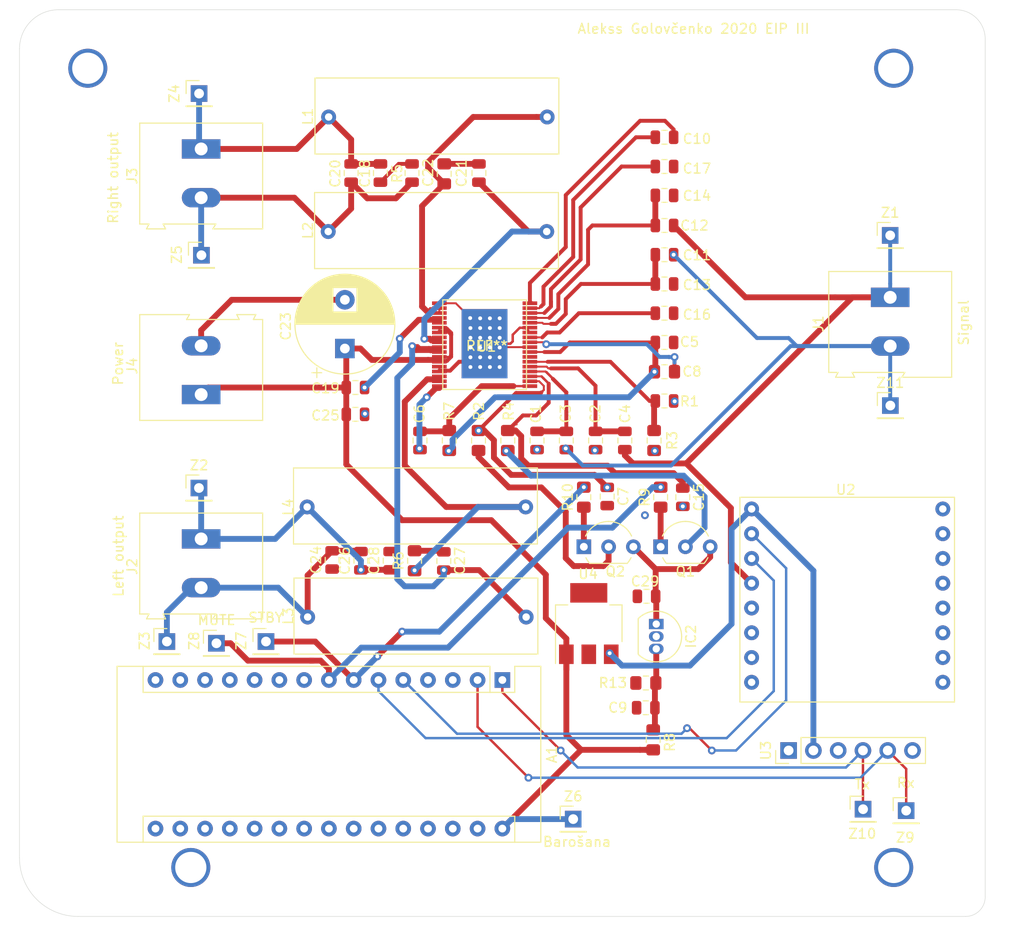
<source format=kicad_pcb>
(kicad_pcb (version 20171130) (host pcbnew "(5.1.4)-1")
  (layers (0 F.Cu signal) (31 B.Cu signal) (34 B.Paste user) (35 F.Paste user) (36 B.SilkS user) (37 F.SilkS user) (38 B.Mask user) (39 F.Mask user) (44 Edge.Cuts user))
  (net 0 "")
  (net 1 VCC)
  (net 2 "Net-(C1-Pad2)")
  (net 3 "Net-(C2-Pad1)")
  (net 4 "Net-(C5-Pad2)")
  (net 5 "Net-(C6-Pad2)")
  (net 6 "Net-(C6-Pad1)")
  (net 7 "Net-(C7-Pad1)")
  (net 8 "Net-(C8-Pad1)")
  (net 9 "Net-(C9-Pad1)")
  (net 10 "Net-(C10-Pad2)")
  (net 11 "Net-(C10-Pad1)")
  (net 12 "Net-(C11-Pad2)")
  (net 13 "Net-(C12-Pad2)")
  (net 14 "Net-(C15-Pad1)")
  (net 15 "Net-(C16-Pad1)")
  (net 16 "Net-(C17-Pad1)")
  (net 17 "Net-(C19-Pad2)")
  (net 18 "Net-(C21-Pad2)")
  (net 19 "Net-(C21-Pad1)")
  (net 20 "Net-(C27-Pad2)")
  (net 21 "Net-(C27-Pad1)")
  (net 22 /Sheet5F97E1B5/3V3)
  (net 23 "Net-(L1-Pad1)")
  (net 24 "Net-(L4-Pad1)")
  (net 25 "Net-(R1-Pad1)")
  (net 26 GND)
  (net 27 "Net-(Q2-Pad2)")
  (net 28 "Net-(Q1-Pad2)")
  (net 29 Mute)
  (net 30 STBY)
  (net 31 D1_TX)
  (net 32 D0_RX)
  (net 33 B.T.Rx)
  (net 34 B.T.Tx)
  (net 35 Audio_input)
  (net 36 "Net-(Q1-Pad1)")
  (net 37 "Net-(Q2-Pad1)")
  (net 38 5V)
  (net 39 L3_output)
  (net 40 L3_output.1)
  (net 41 L2_output.1)
  (net 42 L2_output)
  (net 43 Audio_input-)
  (module Lodlaukumi:TDA7491 (layer F.Cu) (at 134.074 93.956)
    (fp_text reference U1 (at 0.8 1.6) (layer F.SilkS))
    (fp_text value TDA7491)
    (fp_text user REF** (at 0.84 1.52) (layer F.SilkS))
    (pad 1 smd rect (at 0.6 1.3) (size 4.7 7.1) (layers B.Cu B.Mask) (net 26 GND))
    (pad 1 smd rect (at 0.6 1.3) (size 4.7 7.1) (layers F.Cu F.Paste F.Mask) (net 26 GND))
    (pad 4 smd rect (at -4.0325 -1.3484) (size 1.5 0.38) (layers F.Cu F.Paste F.Mask) (net 17 "Net-(C19-Pad2)"))
    (pad 8 smd rect (at -4.0325 0.6516) (size 1.5 0.38) (layers F.Cu F.Paste F.Mask) (net 18 "Net-(C21-Pad2)"))
    (pad 9 smd rect (at -4.0325 1.1516) (size 1.5 0.38) (layers F.Cu F.Paste F.Mask) (net 18 "Net-(C21-Pad2)"))
    (pad 17 smd rect (at -4.0325 5.1516) (size 1.5 0.38) (layers F.Cu F.Paste F.Mask) (net 24 "Net-(L4-Pad1)"))
    (pad 16 smd rect (at -4.0325 4.6516) (size 1.5 0.38) (layers F.Cu F.Paste F.Mask) (net 24 "Net-(L4-Pad1)"))
    (pad 1 smd rect (at -4.0325 -2.8484) (size 1.5 0.38) (layers F.Cu F.Paste F.Mask) (net 26 GND))
    (pad 14 smd rect (at -4.0325 3.6516) (size 1.5 0.38) (layers F.Cu F.Paste F.Mask) (net 26 GND))
    (pad 22 smd rect (at 5.2469 4.1513) (size 1.5 0.38) (layers F.Cu F.Paste F.Mask) (net 2 "Net-(C1-Pad2)"))
    (pad 36 smd rect (at 5.25 -2.8484) (size 1.5 0.38) (layers F.Cu F.Paste F.Mask) (net 10 "Net-(C10-Pad2)"))
    (pad 29 smd rect (at 5.2469 0.6513) (size 1.5 0.38) (layers F.Cu F.Paste F.Mask) (net 15 "Net-(C16-Pad1)"))
    (pad 33 smd rect (at 5.2469 -1.3487) (size 1.5 0.38) (layers F.Cu F.Paste F.Mask) (net 13 "Net-(C12-Pad2)"))
    (pad 32 smd rect (at 5.2469 -0.8487) (size 1.5 0.38) (layers F.Cu F.Paste F.Mask) (net 12 "Net-(C11-Pad2)"))
    (pad 2 smd rect (at -4.0325 -2.3484) (size 1.5 0.38) (layers F.Cu F.Paste F.Mask) (net 23 "Net-(L1-Pad1)"))
    (pad 34 smd rect (at 5.2469 -1.8487) (size 1.5 0.38) (layers F.Cu F.Paste F.Mask) (net 16 "Net-(C17-Pad1)"))
    (pad 10 smd rect (at -4.0325 1.6516) (size 1.5 0.38) (layers F.Cu F.Paste F.Mask) (net 20 "Net-(C27-Pad2)"))
    (pad 6 smd rect (at -4.0325 -0.3484) (size 1.5 0.38) (layers F.Cu F.Paste F.Mask) (net 1 VCC))
    (pad 3 smd rect (at -4.0325 -1.8484) (size 1.5 0.38) (layers F.Cu F.Paste F.Mask) (net 23 "Net-(L1-Pad1)"))
    (pad 7 smd rect (at -4.0325 0.1516) (size 1.5 0.38) (layers F.Cu F.Paste F.Mask) (net 1 VCC))
    (pad 30 smd rect (at 5.2469 0.1513) (size 1.5 0.38) (layers F.Cu F.Paste F.Mask) (net 26 GND))
    (pad 25 smd rect (at 5.2469 2.6513) (size 1.5 0.38) (layers F.Cu F.Paste F.Mask))
    (pad 35 smd rect (at 5.2469 -2.3487) (size 1.5 0.38) (layers F.Cu F.Paste F.Mask) (net 11 "Net-(C10-Pad1)"))
    (pad 18 smd rect (at -4.0325 5.6516) (size 1.5 0.38) (layers F.Cu F.Paste F.Mask) (net 5 "Net-(C6-Pad2)"))
    (pad 21 smd rect (at 5.2469 4.6513) (size 1.5 0.38) (layers F.Cu F.Paste F.Mask) (net 14 "Net-(C15-Pad1)"))
    (pad 26 smd rect (at 5.2469 2.1513) (size 1.5 0.38) (layers F.Cu F.Paste F.Mask) (net 4 "Net-(C5-Pad2)"))
    (pad 23 smd rect (at 5.2469 3.6513) (size 1.5 0.38) (layers F.Cu F.Paste F.Mask) (net 3 "Net-(C2-Pad1)"))
    (pad 31 smd rect (at 5.2469 -0.3487) (size 1.5 0.38) (layers F.Cu F.Paste F.Mask) (net 26 GND))
    (pad 12 smd rect (at -4.0325 2.6516) (size 1.5 0.38) (layers F.Cu F.Paste F.Mask) (net 1 VCC))
    (pad 28 smd rect (at 5.2469 1.1513) (size 1.5 0.38) (layers F.Cu F.Paste F.Mask) (net 25 "Net-(R1-Pad1)"))
    (pad 19 smd rect (at 5.2469 5.6513) (size 1.5 0.38) (layers F.Cu F.Paste F.Mask) (net 6 "Net-(C6-Pad1)"))
    (pad 15 smd rect (at -4.0325 4.1516) (size 1.5 0.38) (layers F.Cu F.Paste F.Mask) (net 26 GND))
    (pad 11 smd rect (at -4.0325 2.1516) (size 1.5 0.38) (layers F.Cu F.Paste F.Mask) (net 20 "Net-(C27-Pad2)"))
    (pad 13 smd rect (at -4.0325 3.1516) (size 1.5 0.38) (layers F.Cu F.Paste F.Mask) (net 1 VCC))
    (pad 5 smd rect (at -4.0325 -0.8484) (size 1.5 0.38) (layers F.Cu F.Paste F.Mask) (net 17 "Net-(C19-Pad2)"))
    (pad 24 smd rect (at 5.2469 3.1513) (size 1.5 0.38) (layers F.Cu F.Paste F.Mask) (net 8 "Net-(C8-Pad1)"))
    (pad 20 smd rect (at 5.2469 5.1513) (size 1.5 0.38) (layers F.Cu F.Paste F.Mask) (net 7 "Net-(C7-Pad1)"))
    (pad 27 smd rect (at 5.2469 1.6513) (size 1.5 0.38) (layers F.Cu F.Paste F.Mask) (net 26 GND))
  )
  (module Connector_PinHeader_2.54mm:PinHeader_1x01_P2.54mm_Vertical (layer F.Cu) (at 176.276 101.6)
    (fp_text reference Z11 (at 0 -2.33) (layer F.SilkS))
    (fp_text value "Audio input - ")
    (pad 1 thru_hole rect (at 0 0) (size 1.7 1.7) (drill 1) (layers *.Cu *.Mask) (net 43 Audio_input-))
  )
  (module Connector_PinHeader_2.54mm:PinHeader_1x01_P2.54mm_Vertical (layer F.Cu) (at 173.482 143.002)
    (fp_text reference Z10 (at -0.082 2.518) (layer F.SilkS))
    (fp_text value TX)
    (pad 1 thru_hole rect (at 0 0) (size 1.7 1.7) (drill 1) (layers *.Cu *.Mask) (net 34 B.T.Tx))
  )
  (module Connector_PinHeader_2.54mm:PinHeader_1x01_P2.54mm_Vertical (layer F.Cu) (at 177.9 143.15)
    (fp_text reference Z9 (at -0.1 2.764) (layer F.SilkS))
    (fp_text value RX)
    (pad 1 thru_hole rect (at 0 0) (size 1.7 1.7) (drill 1) (layers *.Cu *.Mask) (net 33 B.T.Rx))
  )
  (module Connector_PinHeader_2.54mm:PinHeader_1x01_P2.54mm_Vertical (layer F.Cu) (at 107.188 125.984)
    (fp_text reference Z8 (at -2.286 -0.254 90) (layer F.SilkS))
    (fp_text value Mode_MUTE)
    (pad 1 thru_hole rect (at 0 0) (size 1.7 1.7) (drill 1) (layers *.Cu *.Mask) (net 29 Mute))
  )
  (module Connector_PinHeader_2.54mm:PinHeader_1x01_P2.54mm_Vertical (layer F.Cu) (at 112.268 125.804)
    (fp_text reference Z7 (at -2.54 -0.074 90) (layer F.SilkS))
    (fp_text value Mode_STYB)
    (pad 1 thru_hole rect (at 0 0) (size 1.7 1.7) (drill 1) (layers *.Cu *.Mask) (net 30 STBY))
  )
  (module Connector_PinHeader_2.54mm:PinHeader_1x01_P2.54mm_Vertical (layer F.Cu) (at 143.764 144.018)
    (fp_text reference Z6 (at 0 -2.33) (layer F.SilkS))
    (fp_text value Barošana)
    (pad 1 thru_hole rect (at 0 0) (size 1.7 1.7) (drill 1) (layers *.Cu *.Mask) (net 1 VCC))
  )
  (module Connector_PinHeader_2.54mm:PinHeader_1x01_P2.54mm_Vertical (layer F.Cu) (at 105.65 86.18)
    (fp_text reference Z5 (at -2.526 -0.074 90) (layer F.SilkS))
    (fp_text value "J3 output.1")
    (pad 1 thru_hole rect (at 0 0) (size 1.7 1.7) (drill 1) (layers *.Cu *.Mask) (net 40 L3_output.1))
  )
  (module Connector_PinHeader_2.54mm:PinHeader_1x01_P2.54mm_Vertical (layer F.Cu) (at 105.41 69.596)
    (fp_text reference Z4 (at -2.54 0 90) (layer F.SilkS))
    (fp_text value "J3 output")
    (pad 1 thru_hole rect (at 0 0) (size 1.7 1.7) (drill 1) (layers *.Cu *.Mask) (net 39 L3_output))
  )
  (module Connector_PinHeader_2.54mm:PinHeader_1x01_P2.54mm_Vertical (layer F.Cu) (at 102.108 125.804)
    (fp_text reference Z3 (at -2.286 -0.074 90) (layer F.SilkS))
    (fp_text value "J2 output.1")
    (pad 1 thru_hole rect (at 0 0) (size 1.7 1.7) (drill 1) (layers *.Cu *.Mask) (net 41 L2_output.1))
  )
  (module Connector_PinHeader_2.54mm:PinHeader_1x01_P2.54mm_Vertical (layer F.Cu) (at 105.396 110.056)
    (fp_text reference Z2 (at 0.014 -2.33) (layer F.SilkS))
    (fp_text value "J2 output")
    (pad 1 thru_hole rect (at 0 0) (size 1.7 1.7) (drill 1) (layers *.Cu *.Mask) (net 42 L2_output))
  )
  (module Connector_PinHeader_2.54mm:PinHeader_1x01_P2.54mm_Vertical (layer F.Cu) (at 176.262 84.148)
    (fp_text reference Z1 (at 0 -2.33) (layer F.SilkS))
    (fp_text value Signal)
    (pad 1 thru_hole rect (at 0 0) (size 1.7 1.7) (drill 1) (layers *.Cu *.Mask) (net 35 Audio_input))
  )
  (module Capacitor_THT:CP_Radial_D10.0mm_P5.00mm (layer F.Cu) (at 120.356 95.75 90)
    (fp_text reference C23 (at 2.278 -6.056 90) (layer F.SilkS))
    (fp_text value 1000uF)
    (pad 2 thru_hole circle (at 5 0 90) (size 2 2) (drill 1) (layers *.Cu *.Mask) (net 26 GND))
    (pad 1 thru_hole rect (at 0 0 90) (size 2 2) (drill 1) (layers *.Cu *.Mask) (net 1 VCC))
  )
  (module Lodlaukumi:Spole (layer F.Cu) (at 117.25 79.75)
    (fp_text reference L2 (at -0.678 3.89 90) (layer F.SilkS))
    (fp_text value 33uH)
    (pad 2 thru_hole circle (at 1.4 4) (size 1.524 1.524) (drill 0.762) (layers *.Cu *.Mask) (net 40 L3_output.1))
    (pad 1 thru_hole circle (at 23.8 4) (size 1.524 1.524) (drill 0.762) (layers *.Cu *.Mask) (net 18 "Net-(C21-Pad2)"))
  )
  (module TerminalBlock:TerminalBlock_Altech_AK300-2_P5.00mm (layer F.Cu) (at 176.262 90.498 270)
    (fp_text reference J1 (at 2.72 7.352 90) (layer F.SilkS))
    (fp_text value "Signal ")
    (pad 2 thru_hole oval (at 5 0 270) (size 1.98 3.96) (drill 1.32) (layers *.Cu *.Mask) (net 43 Audio_input-))
    (pad 1 thru_hole rect (at 0 0 270) (size 1.98 3.96) (drill 1.32) (layers *.Cu *.Mask) (net 35 Audio_input))
  )
  (module Lodlaukumi:Spole (layer F.Cu) (at 115.09 108)
    (fp_text reference L4 (at -0.536 4.014 90) (layer F.SilkS))
    (fp_text value 33uH)
    (pad 2 thru_hole circle (at 1.4 4) (size 1.524 1.524) (drill 0.762) (layers *.Cu *.Mask) (net 42 L2_output))
    (pad 1 thru_hole circle (at 23.8 4) (size 1.524 1.524) (drill 0.762) (layers *.Cu *.Mask) (net 24 "Net-(L4-Pad1)"))
  )
  (module Package_TO_SOT_SMD:SOT-223-3_TabPin2 (layer F.Cu) (at 145.36 123.96 90)
    (fp_text reference U4 (at 5.088 -0.072) (layer F.SilkS))
    (fp_text value 5V_stabilizators)
    (pad 1 smd rect (at -3.15 -2.3 90) (size 2 1.5) (layers F.Cu F.Paste F.Mask) (net 1 VCC))
    (pad 3 smd rect (at -3.15 2.3 90) (size 2 1.5) (layers F.Cu F.Paste F.Mask) (net 38 5V))
    (pad 2 smd rect (at -3.15 0 90) (size 2 1.5) (layers F.Cu F.Paste F.Mask) (net 26 GND))
    (pad 2 smd rect (at 3.15 0 90) (size 2 3.8) (layers F.Cu F.Paste F.Mask) (net 26 GND))
  )
  (module Connector_PinHeader_2.54mm:PinHeader_1x06_P2.54mm_Vertical (layer F.Cu) (at 165.848 136.98 90)
    (fp_text reference U3 (at 0 -2.33 90) (layer F.SilkS))
    (fp_text value Bluetooth)
    (pad 6 thru_hole oval (at 0 12.7 90) (size 1.7 1.7) (drill 1) (layers *.Cu *.Mask))
    (pad 5 thru_hole oval (at 0 10.16 90) (size 1.7 1.7) (drill 1) (layers *.Cu *.Mask) (net 33 B.T.Rx))
    (pad 4 thru_hole oval (at 0 7.62 90) (size 1.7 1.7) (drill 1) (layers *.Cu *.Mask) (net 34 B.T.Tx))
    (pad 3 thru_hole oval (at 0 5.08 90) (size 1.7 1.7) (drill 1) (layers *.Cu *.Mask) (net 26 GND))
    (pad 2 thru_hole oval (at 0 2.54 90) (size 1.7 1.7) (drill 1) (layers *.Cu *.Mask) (net 38 5V))
    (pad 1 thru_hole rect (at 0 0 90) (size 1.7 1.7) (drill 1) (layers *.Cu *.Mask))
  )
  (module LED_THT:DF_player_mini (layer F.Cu) (at 160.854 111.006)
    (fp_text reference U2 (at 10.85 -0.77) (layer F.SilkS))
    (fp_text value DFplayermini)
    (pad 16 thru_hole circle (at 20.8 1.2) (size 1.524 1.524) (drill 0.762) (layers *.Cu *.Mask) (net 26 GND))
    (pad 14 thru_hole circle (at 20.8 6.28) (size 1.524 1.524) (drill 0.762) (layers *.Cu *.Mask))
    (pad 12 thru_hole circle (at 20.8 11.36) (size 1.524 1.524) (drill 0.762) (layers *.Cu *.Mask))
    (pad 10 thru_hole circle (at 20.8 16.44) (size 1.524 1.524) (drill 0.762) (layers *.Cu *.Mask) (net 26 GND))
    (pad 11 thru_hole circle (at 20.8 13.9) (size 1.524 1.524) (drill 0.762) (layers *.Cu *.Mask))
    (pad 9 thru_hole circle (at 20.8 18.98) (size 1.524 1.524) (drill 0.762) (layers *.Cu *.Mask))
    (pad 15 thru_hole circle (at 20.8 3.74) (size 1.524 1.524) (drill 0.762) (layers *.Cu *.Mask))
    (pad 13 thru_hole circle (at 20.8 8.82) (size 1.524 1.524) (drill 0.762) (layers *.Cu *.Mask))
    (pad 8 thru_hole circle (at 1.2 18.98) (size 1.524 1.524) (drill 0.762) (layers *.Cu *.Mask))
    (pad 7 thru_hole circle (at 1.2 16.44) (size 1.524 1.524) (drill 0.762) (layers *.Cu *.Mask) (net 26 GND))
    (pad 6 thru_hole circle (at 1.2 13.9) (size 1.524 1.524) (drill 0.762) (layers *.Cu *.Mask))
    (pad 5 thru_hole circle (at 1.2 11.36) (size 1.524 1.524) (drill 0.762) (layers *.Cu *.Mask))
    (pad 4 thru_hole circle (at 1.2 8.82) (size 1.524 1.524) (drill 0.762) (layers *.Cu *.Mask) (net 35 Audio_input))
    (pad 3 thru_hole circle (at 1.2 6.28) (size 1.524 1.524) (drill 0.762) (layers *.Cu *.Mask) (net 31 D1_TX))
    (pad 2 thru_hole circle (at 1.2 3.74) (size 1.524 1.524) (drill 0.762) (layers *.Cu *.Mask) (net 32 D0_RX))
    (pad 1 thru_hole circle (at 1.2 1.2) (size 1.524 1.524) (drill 0.762) (layers *.Cu *.Mask) (net 38 5V))
  )
  (module Resistor_SMD:R_0805_2012Metric_Pad1.15x1.40mm_HandSolder (layer F.Cu) (at 151.211 130.056 180)
    (fp_text reference R13 (at 3.383 0.008) (layer F.SilkS))
    (fp_text value 9.1K)
    (pad 2 smd roundrect (at 1.025 0 180) (size 1.15 1.4) (layers F.Cu F.Paste F.Mask) (roundrect_rratio 0.217391) (net 26 GND))
    (pad 1 smd roundrect (at -1.025 0 180) (size 1.15 1.4) (layers F.Cu F.Paste F.Mask) (roundrect_rratio 0.217391) (net 9 "Net-(C9-Pad1)"))
  )
  (module Resistor_SMD:R_0805_2012Metric_Pad1.15x1.40mm_HandSolder (layer F.Cu) (at 144.852 110.997 90)
    (fp_text reference R10 (at 0 -1.65 90) (layer F.SilkS))
    (fp_text value R_Small)
    (pad 2 smd roundrect (at 1.025 0 90) (size 1.15 1.4) (layers F.Cu F.Paste F.Mask) (roundrect_rratio 0.217391) (net 30 STBY))
    (pad 1 smd roundrect (at -1.025 0 90) (size 1.15 1.4) (layers F.Cu F.Paste F.Mask) (roundrect_rratio 0.217391) (net 37 "Net-(Q2-Pad1)"))
  )
  (module Resistor_SMD:R_0805_2012Metric_Pad1.15x1.40mm_HandSolder (layer F.Cu) (at 152.726 110.997 90)
    (fp_text reference R9 (at 0 -1.65 90) (layer F.SilkS))
    (fp_text value R_Small)
    (pad 2 smd roundrect (at 1.025 0 90) (size 1.15 1.4) (layers F.Cu F.Paste F.Mask) (roundrect_rratio 0.217391) (net 29 Mute))
    (pad 1 smd roundrect (at -1.025 0 90) (size 1.15 1.4) (layers F.Cu F.Paste F.Mask) (roundrect_rratio 0.217391) (net 36 "Net-(Q1-Pad1)"))
  )
  (module Resistor_SMD:R_0805_2012Metric_Pad1.15x1.40mm_HandSolder (layer F.Cu) (at 151.964 135.889 270)
    (fp_text reference R8 (at 0.255 -1.706 90) (layer F.SilkS))
    (fp_text value 2.2K)
    (pad 2 smd roundrect (at 1.025 0 270) (size 1.15 1.4) (layers F.Cu F.Paste F.Mask) (roundrect_rratio 0.217391) (net 1 VCC))
    (pad 1 smd roundrect (at -1.025 0 270) (size 1.15 1.4) (layers F.Cu F.Paste F.Mask) (roundrect_rratio 0.217391) (net 9 "Net-(C9-Pad1)"))
  )
  (module Resistor_SMD:R_0805_2012Metric_Pad1.15x1.40mm_HandSolder (layer F.Cu) (at 131.058 105.184 270)
    (fp_text reference R7 (at -3.002 0.008 90) (layer F.SilkS))
    (fp_text value 22R)
    (pad 2 smd roundrect (at 1.025 0 270) (size 1.15 1.4) (layers F.Cu F.Paste F.Mask) (roundrect_rratio 0.217391) (net 4 "Net-(C5-Pad2)"))
    (pad 1 smd roundrect (at -1.025 0 270) (size 1.15 1.4) (layers F.Cu F.Paste F.Mask) (roundrect_rratio 0.217391) (net 6 "Net-(C6-Pad1)"))
  )
  (module Resistor_SMD:R_0805_2012Metric_Pad1.15x1.40mm_HandSolder (layer F.Cu) (at 137.058 105.184 270)
    (fp_text reference R4 (at -3.002 -0.088 90) (layer F.SilkS))
    (fp_text value 33K)
    (pad 2 smd roundrect (at 1.025 0 270) (size 1.15 1.4) (layers F.Cu F.Paste F.Mask) (roundrect_rratio 0.217391) (net 28 "Net-(Q1-Pad2)"))
    (pad 1 smd roundrect (at -1.025 0 270) (size 1.15 1.4) (layers F.Cu F.Paste F.Mask) (roundrect_rratio 0.217391) (net 14 "Net-(C15-Pad1)"))
  )
  (module Resistor_SMD:R_0805_2012Metric_Pad1.15x1.40mm_HandSolder (layer F.Cu) (at 152.058 105.184 90)
    (fp_text reference R3 (at 0 1.852 90) (layer F.SilkS))
    (fp_text value 39K)
    (pad 2 smd roundrect (at 1.025 0 90) (size 1.15 1.4) (layers F.Cu F.Paste F.Mask) (roundrect_rratio 0.217391) (net 8 "Net-(C8-Pad1)"))
    (pad 1 smd roundrect (at -1.025 0 90) (size 1.15 1.4) (layers F.Cu F.Paste F.Mask) (roundrect_rratio 0.217391) (net 26 GND))
  )
  (module Resistor_SMD:R_0805_2012Metric_Pad1.15x1.40mm_HandSolder (layer F.Cu) (at 134.058 105.184 270)
    (fp_text reference R2 (at -3.002 -0.04 90) (layer F.SilkS))
    (fp_text value 33K)
    (pad 2 smd roundrect (at 1.025 0 270) (size 1.15 1.4) (layers F.Cu F.Paste F.Mask) (roundrect_rratio 0.217391) (net 27 "Net-(Q2-Pad2)"))
    (pad 1 smd roundrect (at -1.025 0 270) (size 1.15 1.4) (layers F.Cu F.Paste F.Mask) (roundrect_rratio 0.217391) (net 7 "Net-(C7-Pad1)"))
  )
  (module Resistor_SMD:R_0805_2012Metric_Pad1.15x1.40mm_HandSolder (layer F.Cu) (at 153.1215 98.128 180)
    (fp_text reference R1 (at -2.5665 -3.038) (layer F.SilkS))
    (fp_text value 100K)
    (pad 1 smd roundrect (at -1.025 0 180) (size 1.15 1.4) (layers F.Cu F.Paste F.Mask) (roundrect_rratio 0.217391) (net 25 "Net-(R1-Pad1)"))
    (pad 2 smd roundrect (at 1.025 0 180) (size 1.15 1.4) (layers F.Cu F.Paste F.Mask) (roundrect_rratio 0.217391) (net 4 "Net-(C5-Pad2)"))
  )
  (module Package_TO_SOT_THT:TO-92L_Inline_Wide (layer F.Cu) (at 144.852 116.086)
    (fp_text reference Q2 (at 3.23 2.532) (layer F.SilkS))
    (fp_text value npn)
    (pad 1 thru_hole rect (at 0 0 90) (size 1.5 1.5) (drill 0.8) (layers *.Cu *.Mask) (net 37 "Net-(Q2-Pad1)"))
    (pad 3 thru_hole circle (at 5.08 0 90) (size 1.5 1.5) (drill 0.8) (layers *.Cu *.Mask) (net 22 /Sheet5F97E1B5/3V3))
    (pad 2 thru_hole circle (at 2.54 0 90) (size 1.5 1.5) (drill 0.8) (layers *.Cu *.Mask) (net 27 "Net-(Q2-Pad2)"))
  )
  (module Package_TO_SOT_THT:TO-92L_Inline_Wide (layer F.Cu) (at 152.726 116.086)
    (fp_text reference Q1 (at 2.54 2.532) (layer F.SilkS))
    (fp_text value npn)
    (pad 1 thru_hole rect (at 0 0 90) (size 1.5 1.5) (drill 0.8) (layers *.Cu *.Mask) (net 36 "Net-(Q1-Pad1)"))
    (pad 3 thru_hole circle (at 5.08 0 90) (size 1.5 1.5) (drill 0.8) (layers *.Cu *.Mask) (net 22 /Sheet5F97E1B5/3V3))
    (pad 2 thru_hole circle (at 2.54 0 90) (size 1.5 1.5) (drill 0.8) (layers *.Cu *.Mask) (net 28 "Net-(Q1-Pad2)"))
  )
  (module TerminalBlock:TerminalBlock_Altech_AK300-2_P5.00mm (layer F.Cu) (at 105.624 100.472 90)
    (fp_text reference J4 (at 2.936 -7.072 90) (layer F.SilkS))
    (fp_text value "Power 12V")
    (pad 2 thru_hole oval (at 5 0 90) (size 1.98 3.96) (drill 1.32) (layers *.Cu *.Mask) (net 26 GND))
    (pad 1 thru_hole rect (at 0 0 90) (size 1.98 3.96) (drill 1.32) (layers *.Cu *.Mask) (net 1 VCC))
  )
  (module Package_TO_SOT_THT:TO-92_Inline (layer F.Cu) (at 152.278 124.014 270)
    (fp_text reference IC2 (at 1.27 -3.56 90) (layer F.SilkS))
    (fp_text value "3V3 ")
    (pad 1 thru_hole rect (at 0 0 270) (size 1.05 1.5) (drill 0.75) (layers *.Cu *.Mask) (net 22 /Sheet5F97E1B5/3V3))
    (pad 3 thru_hole oval (at 2.54 0 270) (size 1.05 1.5) (drill 0.75) (layers *.Cu *.Mask) (net 9 "Net-(C9-Pad1)"))
    (pad 2 thru_hole oval (at 1.27 0 270) (size 1.05 1.5) (drill 0.75) (layers *.Cu *.Mask) (net 26 GND))
  )
  (module Capacitor_SMD:C_0805_2012Metric (layer F.Cu) (at 151.2805 121.166 180)
    (fp_text reference C29 (at 0.1505 1.532) (layer F.SilkS))
    (fp_text value 2.2uF)
    (pad 2 smd roundrect (at 0.9375 0 180) (size 0.975 1.4) (layers F.Cu F.Paste F.Mask) (net 26 GND))
    (pad 1 smd roundrect (at -0.9375 0 180) (size 0.975 1.4) (layers F.Cu F.Paste F.Mask) (net 22 /Sheet5F97E1B5/3V3))
  )
  (module Capacitor_SMD:C_0805_2012Metric (layer F.Cu) (at 121.4375 102.5 180)
    (fp_text reference C25 (at 3.0735 -0.116) (layer F.SilkS))
    (fp_text value 100nF)
    (pad 2 smd roundrect (at 0.9375 0 180) (size 0.975 1.4) (layers F.Cu F.Paste F.Mask) (net 1 VCC))
    (pad 1 smd roundrect (at -0.9375 0 180) (size 0.975 1.4) (layers F.Cu F.Paste F.Mask) (net 26 GND))
  )
  (module Capacitor_SMD:C_0805_2012Metric (layer F.Cu) (at 121.4375 99.75)
    (fp_text reference C19 (at -3.0735 0.072) (layer F.SilkS))
    (fp_text value 100nF)
    (pad 2 smd roundrect (at 0.9375 0) (size 0.975 1.4) (layers F.Cu F.Paste F.Mask) (net 17 "Net-(C19-Pad2)"))
    (pad 1 smd roundrect (at -0.9375 0) (size 0.975 1.4) (layers F.Cu F.Paste F.Mask) (net 1 VCC))
  )
  (module Capacitor_SMD:C_0805_2012Metric (layer F.Cu) (at 153.1215 77.08)
    (fp_text reference C17 (at 3.3285 0.21) (layer F.SilkS))
    (fp_text value 1uF)
    (pad 2 smd roundrect (at 0.9375 0) (size 0.975 1.4) (layers F.Cu F.Paste F.Mask) (net 26 GND))
    (pad 1 smd roundrect (at -0.9375 0) (size 0.975 1.4) (layers F.Cu F.Paste F.Mask) (net 16 "Net-(C17-Pad1)"))
  )
  (module Capacitor_SMD:C_0805_2012Metric (layer F.Cu) (at 153.1215 92.128)
    (fp_text reference C16 (at 3.3285 0.148) (layer F.SilkS))
    (fp_text value 1uF)
    (pad 1 smd roundrect (at -0.9375 0) (size 0.975 1.4) (layers F.Cu F.Paste F.Mask) (net 15 "Net-(C16-Pad1)"))
    (pad 2 smd roundrect (at 0.9375 0) (size 0.975 1.4) (layers F.Cu F.Paste F.Mask) (net 26 GND))
  )
  (module Capacitor_SMD:C_0805_2012Metric (layer F.Cu) (at 155 111 270)
    (fp_text reference C15 (at 0 -1.65 90) (layer F.SilkS))
    (fp_text value 2.2uF)
    (pad 2 smd roundrect (at 0.9375 0 270) (size 0.975 1.4) (layers F.Cu F.Paste F.Mask) (net 26 GND))
    (pad 1 smd roundrect (at -0.9375 0 270) (size 0.975 1.4) (layers F.Cu F.Paste F.Mask) (net 14 "Net-(C15-Pad1)"))
  )
  (module Capacitor_SMD:C_0805_2012Metric (layer F.Cu) (at 153.1215 80.046)
    (fp_text reference C14 (at 3.3285 0.038) (layer F.SilkS))
    (fp_text value "1 nF")
    (pad 1 smd roundrect (at -0.9375 0) (size 0.975 1.4) (layers F.Cu F.Paste F.Mask) (net 13 "Net-(C12-Pad2)"))
    (pad 2 smd roundrect (at 0.9375 0) (size 0.975 1.4) (layers F.Cu F.Paste F.Mask) (net 26 GND))
  )
  (module Capacitor_SMD:C_0805_2012Metric (layer F.Cu) (at 153.1215 89.128 180)
    (fp_text reference C13 (at -3.3285 -0.1) (layer F.SilkS))
    (fp_text value "1 nF")
    (pad 1 smd roundrect (at -0.9375 0 180) (size 0.975 1.4) (layers F.Cu F.Paste F.Mask) (net 26 GND))
    (pad 2 smd roundrect (at 0.9375 0 180) (size 0.975 1.4) (layers F.Cu F.Paste F.Mask) (net 12 "Net-(C11-Pad2)"))
  )
  (module Capacitor_SMD:C_0805_2012Metric (layer F.Cu) (at 153.1215 83.128 180)
    (fp_text reference C12 (at -3.0745 -0.004) (layer F.SilkS))
    (fp_text value "470 nF")
    (pad 1 smd roundrect (at -0.9375 0 180) (size 0.975 1.4) (layers F.Cu F.Paste F.Mask) (net 35 Audio_input))
    (pad 2 smd roundrect (at 0.9375 0 180) (size 0.975 1.4) (layers F.Cu F.Paste F.Mask) (net 13 "Net-(C12-Pad2)"))
  )
  (module Capacitor_SMD:C_0805_2012Metric (layer F.Cu) (at 153.1215 86.128 180)
    (fp_text reference C11 (at -3.3285 -0.052) (layer F.SilkS))
    (fp_text value "470 nF")
    (pad 1 smd roundrect (at -0.9375 0 180) (size 0.975 1.4) (layers F.Cu F.Paste F.Mask) (net 43 Audio_input-))
    (pad 2 smd roundrect (at 0.9375 0 180) (size 0.975 1.4) (layers F.Cu F.Paste F.Mask) (net 12 "Net-(C11-Pad2)"))
  )
  (module Capacitor_SMD:C_0805_2012Metric (layer F.Cu) (at 153.1215 74.08)
    (fp_text reference C10 (at 3.3285 0.162) (layer F.SilkS))
    (fp_text value 100nF)
    (pad 1 smd roundrect (at -0.9375 0) (size 0.975 1.4) (layers F.Cu F.Paste F.Mask) (net 11 "Net-(C10-Pad1)"))
    (pad 2 smd roundrect (at 0.9375 0) (size 0.975 1.4) (layers F.Cu F.Paste F.Mask) (net 10 "Net-(C10-Pad2)"))
  )
  (module Capacitor_SMD:C_0805_2012Metric (layer F.Cu) (at 151.202 132.596 180)
    (fp_text reference C9 (at 2.866 0.008) (layer F.SilkS))
    (fp_text value 100nF)
    (pad 2 smd roundrect (at 0.9375 0 180) (size 0.975 1.4) (layers F.Cu F.Paste F.Mask) (net 26 GND))
    (pad 1 smd roundrect (at -0.9375 0 180) (size 0.975 1.4) (layers F.Cu F.Paste F.Mask) (net 9 "Net-(C9-Pad1)"))
  )
  (module Capacitor_SMD:C_0805_2012Metric (layer F.Cu) (at 153.1215 101.128)
    (fp_text reference C8 (at 2.8205 -3.01) (layer F.SilkS))
    (fp_text value 100nF)
    (pad 1 smd roundrect (at -0.9375 0) (size 0.975 1.4) (layers F.Cu F.Paste F.Mask) (net 8 "Net-(C8-Pad1)"))
    (pad 2 smd roundrect (at 0.9375 0) (size 0.975 1.4) (layers F.Cu F.Paste F.Mask) (net 26 GND))
  )
  (module Capacitor_SMD:C_0805_2012Metric (layer F.Cu) (at 147.25 110.9275 270)
    (fp_text reference C7 (at 0 -1.65 90) (layer F.SilkS))
    (fp_text value 2.2nF)
    (pad 2 smd roundrect (at 0.9375 0 270) (size 0.975 1.4) (layers F.Cu F.Paste F.Mask) (net 26 GND))
    (pad 1 smd roundrect (at -0.9375 0 270) (size 0.975 1.4) (layers F.Cu F.Paste F.Mask) (net 7 "Net-(C7-Pad1)"))
  )
  (module Capacitor_SMD:C_0805_2012Metric (layer F.Cu) (at 128.058 105.184 270)
    (fp_text reference C6 (at -2.748 0.056 90) (layer F.SilkS))
    (fp_text value 100nF)
    (pad 2 smd roundrect (at 0.9375 0 270) (size 0.975 1.4) (layers F.Cu F.Paste F.Mask) (net 5 "Net-(C6-Pad2)"))
    (pad 1 smd roundrect (at -0.9375 0 270) (size 0.975 1.4) (layers F.Cu F.Paste F.Mask) (net 6 "Net-(C6-Pad1)"))
  )
  (module Capacitor_SMD:C_0805_2012Metric (layer F.Cu) (at 153.1215 95.128 180)
    (fp_text reference C5 (at -2.5665 0.058) (layer F.SilkS))
    (fp_text value 100nF)
    (pad 1 smd roundrect (at -0.9375 0 180) (size 0.975 1.4) (layers F.Cu F.Paste F.Mask) (net 26 GND))
    (pad 2 smd roundrect (at 0.9375 0 180) (size 0.975 1.4) (layers F.Cu F.Paste F.Mask) (net 4 "Net-(C5-Pad2)"))
  )
  (module Capacitor_SMD:C_0805_2012Metric (layer F.Cu) (at 149.058 105.184 90)
    (fp_text reference C4 (at 2.748 0.026 90) (layer F.SilkS))
    (fp_text value "470 nF")
    (pad 2 smd roundrect (at 0.9375 0 90) (size 0.975 1.4) (layers F.Cu F.Paste F.Mask) (net 3 "Net-(C2-Pad1)"))
    (pad 1 smd roundrect (at -0.9375 0 90) (size 0.975 1.4) (layers F.Cu F.Paste F.Mask) (net 35 Audio_input))
  )
  (module Capacitor_SMD:C_0805_2012Metric (layer F.Cu) (at 143.058 105.184 90)
    (fp_text reference C3 (at 2.748 -0.07 90) (layer F.SilkS))
    (fp_text value "470 nF")
    (pad 2 smd roundrect (at 0.9375 0 90) (size 0.975 1.4) (layers F.Cu F.Paste F.Mask) (net 2 "Net-(C1-Pad2)"))
    (pad 1 smd roundrect (at -0.9375 0 90) (size 0.975 1.4) (layers F.Cu F.Paste F.Mask) (net 43 Audio_input-))
  )
  (module Capacitor_SMD:C_0805_2012Metric (layer F.Cu) (at 146.058 105.184 270)
    (fp_text reference C2 (at -2.748 0.022 90) (layer F.SilkS))
    (fp_text value "1 nF")
    (pad 2 smd roundrect (at 0.9375 0 270) (size 0.975 1.4) (layers F.Cu F.Paste F.Mask) (net 26 GND))
    (pad 1 smd roundrect (at -0.9375 0 270) (size 0.975 1.4) (layers F.Cu F.Paste F.Mask) (net 3 "Net-(C2-Pad1)"))
  )
  (module Capacitor_SMD:C_0805_2012Metric (layer F.Cu) (at 140.058 105.184 90)
    (fp_text reference C1 (at 2.748 -0.118 90) (layer F.SilkS))
    (fp_text value "1 nF")
    (pad 2 smd roundrect (at 0.9375 0 90) (size 0.975 1.4) (layers F.Cu F.Paste F.Mask) (net 2 "Net-(C1-Pad2)"))
    (pad 1 smd roundrect (at -0.9375 0 90) (size 0.975 1.4) (layers F.Cu F.Paste F.Mask) (net 26 GND))
  )
  (module Module:Arduino_Nano (layer F.Cu) (at 136.5 129.75 270)
    (fp_text reference A1 (at 7.62 -5.08 90) (layer F.SilkS))
    (fp_text value Arduino_Nano_v2.x)
    (pad 16 thru_hole oval (at 15.24 35.56 270) (size 1.6 1.6) (drill 0.8) (layers *.Cu *.Mask))
    (pad 15 thru_hole oval (at 0 35.56 270) (size 1.6 1.6) (drill 0.8) (layers *.Cu *.Mask))
    (pad 30 thru_hole oval (at 15.24 0 270) (size 1.6 1.6) (drill 0.8) (layers *.Cu *.Mask) (net 1 VCC))
    (pad 14 thru_hole oval (at 0 33.02 270) (size 1.6 1.6) (drill 0.8) (layers *.Cu *.Mask))
    (pad 29 thru_hole oval (at 15.24 2.54 270) (size 1.6 1.6) (drill 0.8) (layers *.Cu *.Mask) (net 26 GND))
    (pad 13 thru_hole oval (at 0 30.48 270) (size 1.6 1.6) (drill 0.8) (layers *.Cu *.Mask))
    (pad 28 thru_hole oval (at 15.24 5.08 270) (size 1.6 1.6) (drill 0.8) (layers *.Cu *.Mask))
    (pad 12 thru_hole oval (at 0 27.94 270) (size 1.6 1.6) (drill 0.8) (layers *.Cu *.Mask))
    (pad 27 thru_hole oval (at 15.24 7.62 270) (size 1.6 1.6) (drill 0.8) (layers *.Cu *.Mask))
    (pad 11 thru_hole oval (at 0 25.4 270) (size 1.6 1.6) (drill 0.8) (layers *.Cu *.Mask))
    (pad 26 thru_hole oval (at 15.24 10.16 270) (size 1.6 1.6) (drill 0.8) (layers *.Cu *.Mask))
    (pad 10 thru_hole oval (at 0 22.86 270) (size 1.6 1.6) (drill 0.8) (layers *.Cu *.Mask))
    (pad 25 thru_hole oval (at 15.24 12.7 270) (size 1.6 1.6) (drill 0.8) (layers *.Cu *.Mask))
    (pad 9 thru_hole oval (at 0 20.32 270) (size 1.6 1.6) (drill 0.8) (layers *.Cu *.Mask))
    (pad 24 thru_hole oval (at 15.24 15.24 270) (size 1.6 1.6) (drill 0.8) (layers *.Cu *.Mask))
    (pad 8 thru_hole oval (at 0 17.78 270) (size 1.6 1.6) (drill 0.8) (layers *.Cu *.Mask) (net 29 Mute))
    (pad 23 thru_hole oval (at 15.24 17.78 270) (size 1.6 1.6) (drill 0.8) (layers *.Cu *.Mask))
    (pad 7 thru_hole oval (at 0 15.24 270) (size 1.6 1.6) (drill 0.8) (layers *.Cu *.Mask) (net 30 STBY))
    (pad 22 thru_hole oval (at 15.24 20.32 270) (size 1.6 1.6) (drill 0.8) (layers *.Cu *.Mask))
    (pad 6 thru_hole oval (at 0 12.7 270) (size 1.6 1.6) (drill 0.8) (layers *.Cu *.Mask) (net 31 D1_TX))
    (pad 21 thru_hole oval (at 15.24 22.86 270) (size 1.6 1.6) (drill 0.8) (layers *.Cu *.Mask))
    (pad 5 thru_hole oval (at 0 10.16 270) (size 1.6 1.6) (drill 0.8) (layers *.Cu *.Mask) (net 32 D0_RX))
    (pad 20 thru_hole oval (at 15.24 25.4 270) (size 1.6 1.6) (drill 0.8) (layers *.Cu *.Mask))
    (pad 4 thru_hole oval (at 0 7.62 270) (size 1.6 1.6) (drill 0.8) (layers *.Cu *.Mask) (net 26 GND))
    (pad 19 thru_hole oval (at 15.24 27.94 270) (size 1.6 1.6) (drill 0.8) (layers *.Cu *.Mask))
    (pad 3 thru_hole oval (at 0 5.08 270) (size 1.6 1.6) (drill 0.8) (layers *.Cu *.Mask))
    (pad 18 thru_hole oval (at 15.24 30.48 270) (size 1.6 1.6) (drill 0.8) (layers *.Cu *.Mask))
    (pad 2 thru_hole oval (at 0 2.54 270) (size 1.6 1.6) (drill 0.8) (layers *.Cu *.Mask) (net 33 B.T.Rx))
    (pad 17 thru_hole oval (at 15.24 33.02 270) (size 1.6 1.6) (drill 0.8) (layers *.Cu *.Mask))
    (pad 1 thru_hole rect (at 0 0 270) (size 1.6 1.6) (drill 0.8) (layers *.Cu *.Mask) (net 34 B.T.Tx))
  )
  (module Resistor_SMD:R_0805_2012Metric_Pad1.15x1.40mm_HandSolder (layer F.Cu) (at 127.5 117.517 90)
    (fp_text reference R6 (at 0 -1.65 90) (layer F.SilkS))
    (fp_text value 22R)
    (pad 2 smd roundrect (at 1.025 0 90) (size 1.15 1.4) (layers F.Cu F.Paste F.Mask) (roundrect_rratio 0.217391) (net 21 "Net-(C27-Pad1)"))
    (pad 1 smd roundrect (at -1.025 0 90) (size 1.15 1.4) (layers F.Cu F.Paste F.Mask) (roundrect_rratio 0.217391) (net 24 "Net-(L4-Pad1)"))
  )
  (module Resistor_SMD:R_0805_2012Metric_Pad1.15x1.40mm_HandSolder (layer F.Cu) (at 130.542 77.833 90)
    (fp_text reference R5 (at 0.035 -4.826 90) (layer F.SilkS))
    (fp_text value 22R)
    (pad 2 smd roundrect (at 1.025 0 90) (size 1.15 1.4) (layers F.Cu F.Paste F.Mask) (roundrect_rratio 0.217391) (net 19 "Net-(C21-Pad1)"))
    (pad 1 smd roundrect (at -1.025 0 90) (size 1.15 1.4) (layers F.Cu F.Paste F.Mask) (roundrect_rratio 0.217391) (net 23 "Net-(L1-Pad1)"))
  )
  (module Lodlaukumi:Spole (layer F.Cu) (at 115.14 119.292)
    (fp_text reference L3 (at -0.586 3.898 90) (layer F.SilkS))
    (fp_text value 33uH)
    (pad 2 thru_hole circle (at 1.4 4) (size 1.524 1.524) (drill 0.762) (layers *.Cu *.Mask) (net 41 L2_output.1))
    (pad 1 thru_hole circle (at 23.8 4) (size 1.524 1.524) (drill 0.762) (layers *.Cu *.Mask) (net 20 "Net-(C27-Pad2)"))
  )
  (module Lodlaukumi:Spole (layer F.Cu) (at 117.292 68)
    (fp_text reference L1 (at -0.72 3.956 90) (layer F.SilkS))
    (fp_text value 33uH)
    (pad 2 thru_hole circle (at 1.4 4) (size 1.524 1.524) (drill 0.762) (layers *.Cu *.Mask) (net 39 L3_output))
    (pad 1 thru_hole circle (at 23.8 4) (size 1.524 1.524) (drill 0.762) (layers *.Cu *.Mask) (net 23 "Net-(L1-Pad1)"))
  )
  (module TerminalBlock:TerminalBlock_Altech_AK300-2_P5.00mm (layer F.Cu) (at 105.624 75.278 270)
    (fp_text reference J3 (at 2.774 7.072 270) (layer F.SilkS))
    (fp_text value R-output)
    (pad 2 thru_hole oval (at 5 0 270) (size 1.98 3.96) (drill 1.32) (layers *.Cu *.Mask) (net 40 L3_output.1))
    (pad 1 thru_hole rect (at 0 0 270) (size 1.98 3.96) (drill 1.32) (layers *.Cu *.Mask) (net 39 L3_output))
  )
  (module TerminalBlock:TerminalBlock_Altech_AK300-2_P5.00mm (layer F.Cu) (at 105.624 115.278 270)
    (fp_text reference J2 (at 2.832 7.072 270) (layer F.SilkS))
    (fp_text value L-output)
    (pad 2 thru_hole oval (at 5 0 270) (size 1.98 3.96) (drill 1.32) (layers *.Cu *.Mask) (net 41 L2_output.1))
    (pad 1 thru_hole rect (at 0 0 270) (size 1.98 3.96) (drill 1.32) (layers *.Cu *.Mask) (net 42 L2_output))
  )
  (module Capacitor_SMD:C_0805_2012Metric (layer F.Cu) (at 125 117.5095 90)
    (fp_text reference C28 (at 0 -1.65 90) (layer F.SilkS))
    (fp_text value 100nF)
    (pad 2 smd roundrect (at 0.9375 0 90) (size 0.975 1.4) (layers F.Cu F.Paste F.Mask) (net 26 GND))
    (pad 1 smd roundrect (at -0.9375 0 90) (size 0.975 1.4) (layers F.Cu F.Paste F.Mask) (net 42 L2_output))
  )
  (module Capacitor_SMD:C_0805_2012Metric (layer F.Cu) (at 130.5 117.5395 270)
    (fp_text reference C27 (at 0 -1.65 90) (layer F.SilkS))
    (fp_text value 330pF)
    (pad 2 smd roundrect (at 0.9375 0 270) (size 0.975 1.4) (layers F.Cu F.Paste F.Mask) (net 20 "Net-(C27-Pad2)"))
    (pad 1 smd roundrect (at -0.9375 0 270) (size 0.975 1.4) (layers F.Cu F.Paste F.Mask) (net 21 "Net-(C27-Pad1)"))
  )
  (module Capacitor_SMD:C_0805_2012Metric (layer F.Cu) (at 122 117.512 90)
    (fp_text reference C26 (at 0 -1.65 90) (layer F.SilkS))
    (fp_text value 220nF)
    (pad 2 smd roundrect (at 0.9375 0 90) (size 0.975 1.4) (layers F.Cu F.Paste F.Mask) (net 41 L2_output.1))
    (pad 1 smd roundrect (at -0.9375 0 90) (size 0.975 1.4) (layers F.Cu F.Paste F.Mask) (net 42 L2_output))
  )
  (module Capacitor_SMD:C_0805_2012Metric (layer F.Cu) (at 119.0525 117.432 90)
    (fp_text reference C24 (at 0 -1.65 90) (layer F.SilkS))
    (fp_text value 100nF)
    (pad 2 smd roundrect (at 0.9375 0 90) (size 0.975 1.4) (layers F.Cu F.Paste F.Mask) (net 41 L2_output.1))
    (pad 1 smd roundrect (at -0.9375 0 90) (size 0.975 1.4) (layers F.Cu F.Paste F.Mask) (net 26 GND))
  )
  (module Capacitor_SMD:C_0805_2012Metric (layer F.Cu) (at 127.24 77.75 270)
    (fp_text reference C22 (at -0.0295 -1.65 90) (layer F.SilkS))
    (fp_text value 100nF)
    (pad 2 smd roundrect (at 0.9375 0 270) (size 0.975 1.4) (layers F.Cu F.Paste F.Mask) (net 40 L3_output.1))
    (pad 1 smd roundrect (at -0.9375 0 270) (size 0.975 1.4) (layers F.Cu F.Paste F.Mask) (net 26 GND))
  )
  (module Capacitor_SMD:C_0805_2012Metric (layer F.Cu) (at 134.098 77.75 270)
    (fp_text reference C21 (at 0 1.778 90) (layer F.SilkS))
    (fp_text value 330pF)
    (pad 2 smd roundrect (at 0.9375 0 270) (size 0.975 1.4) (layers F.Cu F.Paste F.Mask) (net 18 "Net-(C21-Pad2)"))
    (pad 1 smd roundrect (at -0.9375 0 270) (size 0.975 1.4) (layers F.Cu F.Paste F.Mask) (net 19 "Net-(C21-Pad1)"))
  )
  (module Capacitor_SMD:C_0805_2012Metric (layer F.Cu) (at 121 77.75 270)
    (fp_text reference C20 (at 0.048 1.634 90) (layer F.SilkS))
    (fp_text value 220nF)
    (pad 2 smd roundrect (at 0.9375 0 270) (size 0.975 1.4) (layers F.Cu F.Paste F.Mask) (net 40 L3_output.1))
    (pad 1 smd roundrect (at -0.9375 0 270) (size 0.975 1.4) (layers F.Cu F.Paste F.Mask) (net 39 L3_output))
  )
  (module Capacitor_SMD:C_0805_2012Metric (layer F.Cu) (at 124 77.75 270)
    (fp_text reference C18 (at 0.048 1.586 90) (layer F.SilkS))
    (fp_text value 100nF)
    (pad 2 smd roundrect (at 0.9375 0 270) (size 0.975 1.4) (layers F.Cu F.Paste F.Mask) (net 26 GND))
    (pad 1 smd roundrect (at -0.9375 0 270) (size 0.975 1.4) (layers F.Cu F.Paste F.Mask) (net 39 L3_output))
  )
  (gr_arc (start 184 152) (end 184 154) (angle -90) (layer Edge.Cuts) (width 0.05))
  (gr_arc (start 183 64) (end 186 64) (angle -90) (layer Edge.Cuts) (width 0.05))
  (gr_line (start 183 61) (end 183 61) (layer Edge.Cuts) (width 0.05))
  (gr_arc (start 91 65) (end 91 61) (angle -90) (layer Edge.Cuts) (width 0.05))
  (gr_arc (start 93 148) (end 87 148) (angle -90) (layer Edge.Cuts) (width 0.05))
  (gr_line (start 184 154) (end 93 154) (layer Edge.Cuts) (width 0.05))
  (gr_line (start 186 64) (end 186 152) (layer Edge.Cuts) (width 0.05))
  (gr_line (start 91 61) (end 183 61) (layer Edge.Cuts) (width 0.05))
  (gr_line (start 87 148) (end 87 65) (layer Edge.Cuts) (width 0.05))
  (gr_text "Alekss Golovčenko 2020 EIP III" (at 156.1 62.95) (layer F.SilkS) (effects (font (size 1 1))))
  (gr_text "Right output" (at 96.6 78.25 90) (layer F.SilkS) (effects (font (size 1 1))))
  (gr_text Power (at 97.1 97.3 90) (layer F.SilkS) (effects (font (size 1 1))))
  (gr_text STBY (at 112.25 123.35) (layer F.SilkS) (effects (font (size 1 1))))
  (gr_text MUTE (at 107.2 123.6) (layer F.SilkS) (effects (font (size 1 1))))
  (gr_text "Left output" (at 97.15 117.05 90) (layer F.SilkS) (effects (font (size 1 1))))
  (gr_text Barošana (at 144.15 146.35) (layer F.SilkS) (effects (font (size 1 1))))
  (gr_text Rx (at 177.85 140.3) (layer F.SilkS) (effects (font (size 1 1))))
  (gr_text Tx (at 173.4 140.45) (layer F.SilkS) (effects (font (size 1 1))))
  (gr_text Signal (at 183.8 93.1 90) (layer F.SilkS) (effects (font (size 1 1))))
  (via (at 176.62 67) (size 4) (drill 3.2) (layers F.Cu B.Cu) (net 0))
  (via (at 94 67) (size 4) (drill 3.2) (layers F.Cu B.Cu) (net 0))
  (via (at 176.62 148.98) (size 4) (drill 3.2) (layers F.Cu B.Cu) (net 0))
  (via (at 104.56 148.98) (size 4) (drill 3.2) (layers F.Cu B.Cu) (net 0))
  (segment (start 119.952 96.154) (end 120.356 95.75) (width 0.2) (layer F.Cu) (net 1))
  (segment (start 130.0415 93.6076) (end 130.0415 94.1076) (width 0.2) (layer F.Cu) (net 1))
  (segment (start 130.9915 94.1076) (end 131.25 94.3661) (width 0.2) (layer F.Cu) (net 1))
  (segment (start 130.0415 94.1076) (end 130.9915 94.1076) (width 0.2) (layer F.Cu) (net 1))
  (segment (start 130.9915 96.6076) (end 130.0415 96.6076) (width 0.2) (layer F.Cu) (net 1))
  (segment (start 131.021502 96.6076) (end 130.9915 96.6076) (width 0.2) (layer F.Cu) (net 1))
  (segment (start 131.25 96.379102) (end 131.021502 96.6076) (width 0.2) (layer F.Cu) (net 1))
  (segment (start 131.25 94.3661) (end 131.25 96.379102) (width 0.2) (layer F.Cu) (net 1))
  (segment (start 151.664 136.914) (end 151.964 136.914) (width 0.2) (layer F.Cu) (net 1))
  (segment (start 129.0915 97.1076) (end 130.0415 97.1076) (width 0.2) (layer F.Cu) (net 1))
  (segment (start 120.356 95.75) (end 121.556 95.75) (width 0.2) (layer F.Cu) (net 1))
  (segment (start 143.06 128.31) (end 143.06 127.11) (width 0.25) (layer F.Cu) (net 1))
  (segment (start 120.356 95.75) (end 121.956 95.75) (width 0.6) (layer F.Cu) (net 1))
  (segment (start 128.891499 96.917599) (end 130.0415 96.917599) (width 0.6) (layer F.Cu) (net 1))
  (segment (start 123.123599 96.917599) (end 128.891499 96.917599) (width 0.6) (layer F.Cu) (net 1))
  (segment (start 121.956 95.75) (end 123.123599 96.917599) (width 0.6) (layer F.Cu) (net 1))
  (segment (start 130.0415 97.1076) (end 130.0415 96.6076) (width 0.2) (layer F.Cu) (net 1))
  (segment (start 131.111501 94.017599) (end 130.0415 94.017599) (width 0.4) (layer F.Cu) (net 1))
  (segment (start 131.25 94.3661) (end 131.25 94.156098) (width 0.4) (layer F.Cu) (net 1))
  (segment (start 131.25 94.156098) (end 131.111501 94.017599) (width 0.4) (layer F.Cu) (net 1))
  (segment (start 131.25 94.302) (end 131.25 94.3661) (width 0.4) (layer F.Cu) (net 1))
  (segment (start 130.645601 93.697601) (end 131.25 94.302) (width 0.4) (layer F.Cu) (net 1))
  (segment (start 131.25 94.156098) (end 130.791503 93.697601) (width 0.4) (layer F.Cu) (net 1))
  (segment (start 130.791503 93.697601) (end 130.645601 93.697601) (width 0.4) (layer F.Cu) (net 1))
  (segment (start 130.820401 97.017599) (end 130.0415 97.017599) (width 0.4) (layer F.Cu) (net 1))
  (segment (start 131.25 96.379102) (end 131.25 96.588) (width 0.4) (layer F.Cu) (net 1))
  (segment (start 131.25 96.588) (end 130.820401 97.017599) (width 0.4) (layer F.Cu) (net 1))
  (segment (start 131.25 96.379102) (end 131.25 94.302) (width 0.4) (layer F.Cu) (net 1))
  (segment (start 137.472 144.018) (end 136.5 144.99) (width 0.6) (layer B.Cu) (net 1))
  (segment (start 143.764 144.018) (end 137.472 144.018) (width 0.6) (layer B.Cu) (net 1))
  (segment (start 137.299999 144.190001) (end 144.576 136.914) (width 0.6) (layer F.Cu) (net 1))
  (segment (start 136.5 144.99) (end 137.299999 144.190001) (width 0.6) (layer F.Cu) (net 1))
  (segment (start 143.06 128.71) (end 143.06 127.11) (width 0.6) (layer F.Cu) (net 1))
  (segment (start 150.614 136.914) (end 144.576 136.914) (width 0.6) (layer F.Cu) (net 1))
  (segment (start 151.964 136.914) (end 150.614 136.914) (width 0.6) (layer F.Cu) (net 1))
  (segment (start 151.964 136.914) (end 151.164 136.914) (width 0.6) (layer F.Cu) (net 1))
  (segment (start 143.06 135.398) (end 143.06 127.11) (width 0.6) (layer F.Cu) (net 1))
  (segment (start 144.576 136.914) (end 143.06 135.398) (width 0.6) (layer F.Cu) (net 1))
  (segment (start 120.5 107.634) (end 120.5 102.5) (width 0.6) (layer F.Cu) (net 1))
  (segment (start 143.06 125.51) (end 140.956 123.406) (width 0.6) (layer F.Cu) (net 1))
  (segment (start 143.06 127.11) (end 143.06 125.51) (width 0.6) (layer F.Cu) (net 1))
  (segment (start 140.956 123.406) (end 140.956 118.946) (width 0.6) (layer F.Cu) (net 1))
  (segment (start 140.956 118.946) (end 135.368 113.358) (width 0.6) (layer F.Cu) (net 1))
  (segment (start 135.368 113.358) (end 126.224 113.358) (width 0.6) (layer F.Cu) (net 1))
  (segment (start 126.224 113.358) (end 120.5 107.634) (width 0.6) (layer F.Cu) (net 1))
  (segment (start 120.5 99.75) (end 120.5 102.5) (width 0.6) (layer F.Cu) (net 1))
  (segment (start 120.5 95.894) (end 120.356 95.75) (width 0.6) (layer F.Cu) (net 1))
  (segment (start 120.5 99.75) (end 120.5 95.894) (width 0.6) (layer F.Cu) (net 1))
  (segment (start 106.346 99.75) (end 105.624 100.472) (width 0.6) (layer F.Cu) (net 1))
  (segment (start 120.5 99.75) (end 106.346 99.75) (width 0.6) (layer F.Cu) (net 1))
  (segment (start 140.2709 98.1073) (end 139.3209 98.1073) (width 0.2) (layer F.Cu) (net 2))
  (segment (start 140.922998 98.1073) (end 140.2709 98.1073) (width 0.2) (layer F.Cu) (net 2))
  (segment (start 143.058 104.2465) (end 140.058 104.2465) (width 0.6) (layer F.Cu) (net 2))
  (segment (start 143.058 104.2465) (end 143.058 100.242302) (width 0.4) (layer F.Cu) (net 2))
  (segment (start 143.058 100.242302) (end 141.676849 98.861151) (width 0.4) (layer F.Cu) (net 2))
  (segment (start 141.676849 98.861151) (end 140.922998 98.1073) (width 0.2) (layer F.Cu) (net 2))
  (segment (start 141.033344 98.18229) (end 141.059527 98.208473) (width 0.25) (layer F.Cu) (net 2))
  (segment (start 141.676849 98.861151) (end 141.676849 98.825795) (width 0.25) (layer F.Cu) (net 2))
  (segment (start 141.676849 98.825795) (end 141.033344 98.18229) (width 0.25) (layer F.Cu) (net 2))
  (segment (start 146.058 104.2465) (end 146.058 102.676604) (width 0.2) (layer F.Cu) (net 3))
  (segment (start 146.058 104.2465) (end 149.058 104.2465) (width 0.6) (layer F.Cu) (net 3))
  (segment (start 146.058 103.659) (end 146.05 103.651) (width 0.4) (layer F.Cu) (net 3))
  (segment (start 146.058 104.2465) (end 146.058 103.659) (width 0.4) (layer F.Cu) (net 3))
  (segment (start 146.05 103.651) (end 146.05 99.568) (width 0.4) (layer F.Cu) (net 3))
  (segment (start 146.05 99.568) (end 144.272 97.79) (width 0.4) (layer F.Cu) (net 3))
  (segment (start 144.272 97.79) (end 141.478 97.79) (width 0.4) (layer F.Cu) (net 3))
  (segment (start 141.224 97.79) (end 141.478 97.79) (width 0.2) (layer F.Cu) (net 3))
  (segment (start 141.0413 97.6073) (end 141.224 97.79) (width 0.2) (layer F.Cu) (net 3))
  (segment (start 139.3209 97.6073) (end 141.0413 97.6073) (width 0.2) (layer F.Cu) (net 3))
  (via (at 131 106.25) (size 0.8) (drill 0.4) (layers F.Cu B.Cu) (net 4))
  (via (at 152.0965 98.128) (size 0.8) (drill 0.4) (layers F.Cu B.Cu) (net 4))
  (segment (start 131.399999 105.100001) (end 135.75 100.75) (width 0.6) (layer B.Cu) (net 4))
  (segment (start 131.399999 105.850001) (end 131.399999 105.100001) (width 0.6) (layer B.Cu) (net 4))
  (segment (start 131 106.25) (end 131.399999 105.850001) (width 0.6) (layer B.Cu) (net 4))
  (segment (start 149.4745 100.75) (end 152.0965 98.128) (width 0.6) (layer B.Cu) (net 4))
  (segment (start 135.978 100.75) (end 149.4745 100.75) (width 0.6) (layer B.Cu) (net 4))
  (segment (start 135.75 100.75) (end 135.978 100.75) (width 0.2) (layer B.Cu) (net 4))
  (segment (start 152.184 98.0405) (end 152.0965 98.128) (width 0.6) (layer F.Cu) (net 4))
  (segment (start 152.184 95.128) (end 152.184 98.0405) (width 0.6) (layer F.Cu) (net 4))
  (segment (start 139.3209 96.1073) (end 140.8113 96.1073) (width 0.2) (layer F.Cu) (net 4))
  (segment (start 143.4116 95.128) (end 142.4323 96.1073) (width 0.4) (layer F.Cu) (net 4))
  (segment (start 152.184 95.128) (end 143.4116 95.128) (width 0.4) (layer F.Cu) (net 4))
  (segment (start 142.4323 96.1073) (end 140.8113 96.1073) (width 0.4) (layer F.Cu) (net 4))
  (via (at 128 106) (size 0.8) (drill 0.4) (layers F.Cu B.Cu) (net 5))
  (via (at 128.75 100.75) (size 0.8) (drill 0.4) (layers F.Cu B.Cu) (net 5))
  (segment (start 128.8991 100.75) (end 130.0415 99.6076) (width 0.2) (layer F.Cu) (net 5))
  (segment (start 128.75 100.75) (end 128.8991 100.75) (width 0.2) (layer F.Cu) (net 5))
  (segment (start 128 101.5) (end 128.75 100.75) (width 0.6) (layer B.Cu) (net 5))
  (segment (start 128 106) (end 128 101.5) (width 0.6) (layer B.Cu) (net 5))
  (segment (start 129.702399 99.797601) (end 130.0415 99.797601) (width 0.6) (layer F.Cu) (net 5))
  (segment (start 128.75 100.75) (end 129.702399 99.797601) (width 0.6) (layer F.Cu) (net 5))
  (segment (start 130.9705 104.2465) (end 131.058 104.159) (width 0.6) (layer F.Cu) (net 6))
  (segment (start 128.058 104.2465) (end 130.9705 104.2465) (width 0.6) (layer F.Cu) (net 6))
  (segment (start 131.058 104.159) (end 131.058 102.942) (width 0.6) (layer F.Cu) (net 6))
  (segment (start 137.1993 99.6073) (end 139.3209 99.6073) (width 0.2) (layer F.Cu) (net 6))
  (segment (start 137.1993 99.6073) (end 137.6287 99.6073) (width 0.6) (layer F.Cu) (net 6))
  (segment (start 134.3927 99.6073) (end 137.1993 99.6073) (width 0.6) (layer F.Cu) (net 6))
  (segment (start 134.3927 99.6073) (end 139.3209 99.6073) (width 0.2) (layer F.Cu) (net 6))
  (segment (start 131.058 102.942) (end 134.018 99.982) (width 0.6) (layer F.Cu) (net 6))
  (segment (start 134.018 99.982) (end 134.3927 99.6073) (width 0.6) (layer F.Cu) (net 6))
  (segment (start 137.6287 99.6073) (end 139.3209 99.6073) (width 0.2) (layer F.Cu) (net 6))
  (via (at 147.25 110) (size 0.8) (drill 0.4) (layers F.Cu B.Cu) (net 7))
  (segment (start 140.5 100.25) (end 140.75 100) (width 0.2) (layer F.Cu) (net 7))
  (via (at 134.069475 104.170475) (size 0.8) (drill 0.4) (layers F.Cu B.Cu) (net 7))
  (segment (start 145.962 108.712) (end 147.25 110) (width 0.6) (layer F.Cu) (net 7))
  (segment (start 137.414 108.712) (end 145.962 108.712) (width 0.6) (layer F.Cu) (net 7))
  (segment (start 135.636 106.934) (end 137.414 108.712) (width 0.6) (layer F.Cu) (net 7))
  (segment (start 135.636 105.156) (end 135.636 106.934) (width 0.6) (layer F.Cu) (net 7))
  (segment (start 134.650475 104.170475) (end 135.636 105.156) (width 0.6) (layer F.Cu) (net 7))
  (segment (start 134.069475 104.170475) (end 134.650475 104.170475) (width 0.6) (layer F.Cu) (net 7))
  (segment (start 134.058 104.159) (end 137.9045 100.3125) (width 0.4) (layer F.Cu) (net 7))
  (segment (start 140.4375 100.3125) (end 140.5 100.25) (width 0.4) (layer F.Cu) (net 7))
  (segment (start 137.9045 100.3125) (end 140.4375 100.3125) (width 0.4) (layer F.Cu) (net 7))
  (segment (start 140.75 99.5864) (end 140.75 100) (width 0.2) (layer F.Cu) (net 7))
  (segment (start 140.2709 99.1073) (end 140.75 99.5864) (width 0.2) (layer F.Cu) (net 7))
  (segment (start 139.3209 99.1073) (end 140.2709 99.1073) (width 0.2) (layer F.Cu) (net 7))
  (segment (start 140.75 100) (end 140.4375 100.3125) (width 0.2) (layer F.Cu) (net 7))
  (segment (start 140.2709 97.1073) (end 139.3209 97.1073) (width 0.2) (layer F.Cu) (net 8))
  (segment (start 152.058 101.254) (end 152.184 101.128) (width 0.6) (layer F.Cu) (net 8))
  (segment (start 152.058 104.159) (end 152.058 101.254) (width 0.6) (layer F.Cu) (net 8))
  (segment (start 151.5965 101.128) (end 147.5758 97.1073) (width 0.4) (layer F.Cu) (net 8))
  (segment (start 152.184 101.128) (end 151.5965 101.128) (width 0.4) (layer F.Cu) (net 8))
  (segment (start 147.5758 97.1073) (end 141.1447 97.1073) (width 0.4) (layer F.Cu) (net 8))
  (segment (start 141.1447 97.1073) (end 140.2709 97.1073) (width 0.2) (layer F.Cu) (net 8))
  (segment (start 152.278 130.014) (end 152.236 130.056) (width 0.6) (layer F.Cu) (net 9))
  (segment (start 152.278 126.554) (end 152.278 130.014) (width 0.6) (layer F.Cu) (net 9))
  (segment (start 152.1395 130.1525) (end 152.236 130.056) (width 0.6) (layer F.Cu) (net 9))
  (segment (start 152.1395 132.596) (end 152.1395 130.1525) (width 0.6) (layer F.Cu) (net 9))
  (segment (start 152.1395 134.6885) (end 151.964 134.864) (width 0.6) (layer F.Cu) (net 9))
  (segment (start 152.1395 132.596) (end 152.1395 134.6885) (width 0.6) (layer F.Cu) (net 9))
  (segment (start 139.324 91.017299) (end 139.414301 91.017299) (width 0.4) (layer F.Cu) (net 10))
  (segment (start 154.059 74.08) (end 154.059 73.28) (width 0.4) (layer F.Cu) (net 10))
  (segment (start 154.059 73.28) (end 153.169 72.39) (width 0.4) (layer F.Cu) (net 10))
  (segment (start 153.169 72.39) (end 150.622 72.39) (width 0.4) (layer F.Cu) (net 10))
  (segment (start 139.324 89.022) (end 139.324 91.017299) (width 0.4) (layer F.Cu) (net 10))
  (segment (start 150.622 72.39) (end 143.002 80.01) (width 0.4) (layer F.Cu) (net 10))
  (segment (start 143.002 80.01) (end 143.002 85.344) (width 0.4) (layer F.Cu) (net 10))
  (segment (start 143.002 85.344) (end 139.324 89.022) (width 0.4) (layer F.Cu) (net 10))
  (segment (start 139.3209 91.6073) (end 140.2947 91.6073) (width 0.2) (layer F.Cu) (net 11))
  (segment (start 140.716 91.186) (end 140.462 91.44) (width 0.4) (layer F.Cu) (net 11))
  (segment (start 140.2947 91.6073) (end 140.462 91.44) (width 0.2) (layer F.Cu) (net 11))
  (segment (start 152.184 74.08) (end 150.202 74.08) (width 0.4) (layer F.Cu) (net 11))
  (segment (start 150.202 74.08) (end 143.764 80.518) (width 0.4) (layer F.Cu) (net 11))
  (segment (start 143.764 80.518) (end 143.764 86.36) (width 0.4) (layer F.Cu) (net 11))
  (segment (start 143.764 86.36) (end 140.716 89.408) (width 0.4) (layer F.Cu) (net 11))
  (segment (start 140.716 89.408) (end 140.716 91.186) (width 0.4) (layer F.Cu) (net 11))
  (segment (start 151.8577 89.3573) (end 152.087 89.128) (width 0.2) (layer F.Cu) (net 12))
  (segment (start 152.184 86.128) (end 152.184 89.128) (width 0.6) (layer F.Cu) (net 12))
  (segment (start 141.986 93.218) (end 141.732 93.218) (width 0.4) (layer F.Cu) (net 12))
  (segment (start 143.002 92.202) (end 141.986 93.218) (width 0.4) (layer F.Cu) (net 12))
  (segment (start 143.002 90.678) (end 143.002 92.202) (width 0.4) (layer F.Cu) (net 12))
  (segment (start 144.552 89.128) (end 143.002 90.678) (width 0.4) (layer F.Cu) (net 12))
  (segment (start 152.184 89.128) (end 144.552 89.128) (width 0.4) (layer F.Cu) (net 12))
  (segment (start 141.732 93.218) (end 141.478 93.218) (width 0.4) (layer F.Cu) (net 12))
  (segment (start 139.3209 93.1073) (end 140.6053 93.1073) (width 0.2) (layer F.Cu) (net 12))
  (segment (start 140.716 93.218) (end 141.478 93.218) (width 0.2) (layer F.Cu) (net 12))
  (segment (start 140.6053 93.1073) (end 140.716 93.218) (width 0.2) (layer F.Cu) (net 12))
  (segment (start 152.184 80.046) (end 152.184 83.128) (width 0.6) (layer F.Cu) (net 13))
  (segment (start 139.3209 92.6073) (end 141.3267 92.6073) (width 0.2) (layer F.Cu) (net 13))
  (segment (start 145.726 83.128) (end 152.184 83.128) (width 0.4) (layer F.Cu) (net 13))
  (segment (start 145.288 83.566) (end 145.726 83.128) (width 0.4) (layer F.Cu) (net 13))
  (segment (start 145.288 87.122) (end 145.288 83.566) (width 0.4) (layer F.Cu) (net 13))
  (segment (start 142.24 90.17) (end 145.288 87.122) (width 0.4) (layer F.Cu) (net 13))
  (segment (start 141.478 92.456) (end 142.24 91.694) (width 0.4) (layer F.Cu) (net 13))
  (segment (start 142.24 91.694) (end 142.24 90.17) (width 0.4) (layer F.Cu) (net 13))
  (segment (start 141.478 92.456) (end 141.3267 92.6073) (width 0.4) (layer F.Cu) (net 13))
  (segment (start 137.681372 103.535628) (end 137.964372 103.535628) (width 0.2) (layer F.Cu) (net 14))
  (segment (start 137.058 104.159) (end 137.681372 103.535628) (width 0.2) (layer F.Cu) (net 14))
  (segment (start 140.716 98.806) (end 140.5173 98.6073) (width 0.25) (layer F.Cu) (net 14))
  (segment (start 140.5173 98.6073) (end 139.3209 98.6073) (width 0.2) (layer F.Cu) (net 14))
  (segment (start 138.601 102.616) (end 137.058 104.159) (width 0.4) (layer F.Cu) (net 14))
  (segment (start 139.954 102.616) (end 138.601 102.616) (width 0.4) (layer F.Cu) (net 14))
  (segment (start 141.25001 101.31999) (end 139.954 102.616) (width 0.4) (layer F.Cu) (net 14))
  (segment (start 141.25001 99.349288) (end 141.25001 101.31999) (width 0.4) (layer F.Cu) (net 14))
  (segment (start 141.15001 99.24001) (end 140.716 98.806) (width 0.25) (layer F.Cu) (net 14))
  (segment (start 155 109.475) (end 155 110.0625) (width 0.6) (layer F.Cu) (net 14))
  (segment (start 154.057 108.532) (end 155 109.475) (width 0.6) (layer F.Cu) (net 14))
  (segment (start 148.042 108.532) (end 154.057 108.532) (width 0.6) (layer F.Cu) (net 14))
  (segment (start 137.058 104.159) (end 137.858 104.159) (width 0.6) (layer F.Cu) (net 14))
  (segment (start 137.858 104.159) (end 138.43 104.731) (width 0.6) (layer F.Cu) (net 14))
  (segment (start 138.43 104.731) (end 138.43 107.022) (width 0.6) (layer F.Cu) (net 14))
  (segment (start 138.43 107.022) (end 139.178 107.77) (width 0.6) (layer F.Cu) (net 14))
  (segment (start 139.178 107.77) (end 147.28 107.77) (width 0.6) (layer F.Cu) (net 14))
  (segment (start 147.28 107.77) (end 148.042 108.532) (width 0.6) (layer F.Cu) (net 14))
  (segment (start 139.3209 94.6073) (end 140.5967 94.6073) (width 0.2) (layer F.Cu) (net 15))
  (segment (start 141.097 94.107) (end 140.5967 94.6073) (width 0.4) (layer F.Cu) (net 15))
  (segment (start 142.367 94.107) (end 141.097 94.107) (width 0.4) (layer F.Cu) (net 15))
  (segment (start 152.184 92.128) (end 144.346 92.128) (width 0.4) (layer F.Cu) (net 15))
  (segment (start 144.346 92.128) (end 142.367 94.107) (width 0.4) (layer F.Cu) (net 15))
  (segment (start 152.184 77.08) (end 148.726 77.08) (width 0.4) (layer F.Cu) (net 16))
  (segment (start 148.726 77.08) (end 144.526 81.28) (width 0.4) (layer F.Cu) (net 16))
  (segment (start 144.526 81.28) (end 144.526 86.614) (width 0.4) (layer F.Cu) (net 16))
  (segment (start 144.526 86.614) (end 141.478 89.662) (width 0.4) (layer F.Cu) (net 16))
  (segment (start 141.478 91.44) (end 140.8107 92.1073) (width 0.4) (layer F.Cu) (net 16))
  (segment (start 141.478 90.932) (end 141.478 91.44) (width 0.4) (layer F.Cu) (net 16))
  (segment (start 141.478 90.932) (end 141.478 91.272542) (width 0.4) (layer F.Cu) (net 16))
  (segment (start 141.478 89.662) (end 141.478 90.932) (width 0.4) (layer F.Cu) (net 16))
  (segment (start 139.3209 92.1073) (end 140.8107 92.1073) (width 0.2) (layer F.Cu) (net 16))
  (segment (start 130.0415 93.1076) (end 130.0415 92.6076) (width 0.2) (layer F.Cu) (net 17))
  (via (at 125.984 94.742) (size 0.8) (drill 0.4) (layers F.Cu B.Cu) (net 17))
  (via (at 122.375 99.75) (size 0.8) (drill 0.4) (layers F.Cu B.Cu) (net 17))
  (segment (start 129.4815 92.6076) (end 130.0415 92.6076) (width 0.2) (layer F.Cu) (net 17))
  (segment (start 127.928399 92.797601) (end 130.0415 92.797601) (width 0.6) (layer F.Cu) (net 17))
  (segment (start 125.984 94.742) (end 127.928399 92.797601) (width 0.6) (layer F.Cu) (net 17))
  (segment (start 125.984 96.141) (end 122.375 99.75) (width 0.6) (layer B.Cu) (net 17))
  (segment (start 125.984 94.742) (end 125.984 96.141) (width 0.6) (layer B.Cu) (net 17))
  (segment (start 130.0415 94.6076) (end 130.0415 95.1076) (width 0.2) (layer F.Cu) (net 18))
  (via (at 128.5 94.75) (size 0.8) (drill 0.4) (layers F.Cu B.Cu) (net 18))
  (segment (start 130.0415 94.6076) (end 128.6424 94.6076) (width 0.2) (layer F.Cu) (net 18))
  (segment (start 128.6424 94.6076) (end 128.5 94.75) (width 0.2) (layer F.Cu) (net 18))
  (segment (start 139.1605 83.75) (end 134.098 78.6875) (width 0.6) (layer F.Cu) (net 18))
  (segment (start 141.05 83.75) (end 139.1605 83.75) (width 0.6) (layer F.Cu) (net 18))
  (segment (start 129.233284 94.917599) (end 130.0415 94.917599) (width 0.6) (layer F.Cu) (net 18))
  (segment (start 128.5 94.75) (end 129.065685 94.75) (width 0.6) (layer F.Cu) (net 18))
  (segment (start 129.065685 94.75) (end 129.233284 94.917599) (width 0.6) (layer F.Cu) (net 18))
  (segment (start 128.5 94.75) (end 128.5 92.734) (width 0.6) (layer B.Cu) (net 18))
  (segment (start 137.484 83.75) (end 141.05 83.75) (width 0.6) (layer B.Cu) (net 18))
  (segment (start 128.5 92.734) (end 137.484 83.75) (width 0.6) (layer B.Cu) (net 18))
  (segment (start 134.0935 76.808) (end 134.098 76.8125) (width 0.6) (layer F.Cu) (net 19))
  (segment (start 130.542 76.808) (end 134.0935 76.808) (width 0.6) (layer F.Cu) (net 19))
  (via (at 127.254 95.504) (size 0.8) (drill 0.4) (layers F.Cu B.Cu) (net 20))
  (via (at 130.5 118.477) (size 0.8) (drill 0.4) (layers F.Cu B.Cu) (net 20))
  (segment (start 125.73 98.77) (end 125.73 119.38) (width 0.6) (layer B.Cu) (net 20))
  (segment (start 125.73 119.38) (end 126.0125 119.6625) (width 0.6) (layer B.Cu) (net 20))
  (segment (start 130.5 119.0645) (end 129.4225 120.142) (width 0.6) (layer B.Cu) (net 20))
  (segment (start 130.5 118.477) (end 130.5 119.0645) (width 0.6) (layer B.Cu) (net 20))
  (segment (start 126.492 120.142) (end 125.73 119.38) (width 0.6) (layer B.Cu) (net 20))
  (segment (start 129.4225 120.142) (end 126.492 120.142) (width 0.6) (layer B.Cu) (net 20))
  (segment (start 127.254 97.246) (end 127.254 95.504) (width 0.6) (layer B.Cu) (net 20))
  (segment (start 125.73 98.77) (end 127.254 97.246) (width 0.6) (layer B.Cu) (net 20))
  (segment (start 129.153601 95.917599) (end 130.0415 95.917599) (width 0.6) (layer F.Cu) (net 20))
  (segment (start 129.140001 95.903999) (end 129.153601 95.917599) (width 0.6) (layer F.Cu) (net 20))
  (segment (start 127.254 95.504) (end 127.653999 95.903999) (width 0.6) (layer F.Cu) (net 20))
  (segment (start 127.653999 95.903999) (end 129.140001 95.903999) (width 0.6) (layer F.Cu) (net 20))
  (segment (start 130.0415 95.6076) (end 130.0415 96.1076) (width 0.2) (layer F.Cu) (net 20))
  (segment (start 128.971499 95.697601) (end 130.0415 95.697601) (width 0.4) (layer F.Cu) (net 20))
  (segment (start 128.013286 95.697601) (end 128.971499 95.697601) (width 0.4) (layer F.Cu) (net 20))
  (segment (start 127.254 95.504) (end 127.819685 95.504) (width 0.4) (layer F.Cu) (net 20))
  (segment (start 127.819685 95.504) (end 128.013286 95.697601) (width 0.4) (layer F.Cu) (net 20))
  (segment (start 134.125 118.477) (end 138.94 123.292) (width 0.6) (layer F.Cu) (net 20))
  (segment (start 130.5 118.477) (end 134.125 118.477) (width 0.6) (layer F.Cu) (net 20))
  (segment (start 130.39 116.492) (end 130.5 116.602) (width 0.6) (layer F.Cu) (net 21))
  (segment (start 127.5 116.492) (end 130.39 116.492) (width 0.6) (layer F.Cu) (net 21))
  (segment (start 149.932 116.086) (end 152.218 118.372) (width 0.6) (layer F.Cu) (net 22))
  (segment (start 152.218 121.166) (end 152.218 118.372) (width 0.6) (layer F.Cu) (net 22))
  (segment (start 152.278 121.226) (end 152.218 121.166) (width 0.6) (layer F.Cu) (net 22))
  (segment (start 152.278 124.014) (end 152.278 121.226) (width 0.6) (layer F.Cu) (net 22))
  (segment (start 156.58066 118.372) (end 152.218 118.372) (width 0.6) (layer F.Cu) (net 22))
  (segment (start 157.806 117.14666) (end 156.58066 118.372) (width 0.6) (layer F.Cu) (net 22))
  (segment (start 157.806 116.086) (end 157.806 117.14666) (width 0.6) (layer F.Cu) (net 22))
  (segment (start 130.0415 92.1076) (end 130.0415 91.6076) (width 0.2) (layer F.Cu) (net 23))
  (segment (start 140.01437 72) (end 141.092 72) (width 0.6) (layer F.Cu) (net 23))
  (segment (start 133.514322 72) (end 140.01437 72) (width 0.6) (layer F.Cu) (net 23))
  (segment (start 128.891 76.623322) (end 133.514322 72) (width 0.6) (layer F.Cu) (net 23))
  (segment (start 128.891 77.207) (end 128.891 76.623322) (width 0.6) (layer F.Cu) (net 23))
  (segment (start 130.542 78.858) (end 128.891 77.207) (width 0.6) (layer F.Cu) (net 23))
  (segment (start 130.542 78.858) (end 128.27 81.13) (width 0.6) (layer F.Cu) (net 23))
  (segment (start 128.27 81.13) (end 128.27 91.44) (width 0.6) (layer F.Cu) (net 23))
  (segment (start 128.27 91.44) (end 128.778 91.948) (width 0.6) (layer F.Cu) (net 23))
  (segment (start 128.9376 92.1076) (end 130.0415 92.1076) (width 0.2) (layer F.Cu) (net 23))
  (segment (start 128.778 91.948) (end 128.9376 92.1076) (width 0.2) (layer F.Cu) (net 23))
  (segment (start 129.0915 91.6076) (end 130.0415 91.6076) (width 0.2) (layer F.Cu) (net 23))
  (segment (start 128.778 91.9211) (end 129.0915 91.6076) (width 0.2) (layer F.Cu) (net 23))
  (segment (start 128.778 91.948) (end 128.778 91.9211) (width 0.2) (layer F.Cu) (net 23))
  (via (at 127.5 118.5) (size 0.8) (drill 0.4) (layers F.Cu B.Cu) (net 24))
  (segment (start 130.0415 98.6076) (end 130.0415 99.1076) (width 0.2) (layer F.Cu) (net 24))
  (segment (start 130.75 112) (end 126.5 107.75) (width 0.6) (layer F.Cu) (net 24))
  (segment (start 138.89 112) (end 130.75 112) (width 0.6) (layer F.Cu) (net 24))
  (segment (start 126.5 101.1991) (end 126.54955 101.14955) (width 0.6) (layer F.Cu) (net 24))
  (segment (start 126.5 107.75) (end 126.5 101.1991) (width 0.6) (layer F.Cu) (net 24))
  (segment (start 126.5 101.1991) (end 128.781501 98.917599) (width 0.6) (layer F.Cu) (net 24))
  (segment (start 129.851499 98.797601) (end 130.0415 98.797601) (width 0.6) (layer F.Cu) (net 24))
  (segment (start 128.781501 98.917599) (end 129.731501 98.917599) (width 0.6) (layer F.Cu) (net 24))
  (segment (start 129.731501 98.917599) (end 129.851499 98.797601) (width 0.6) (layer F.Cu) (net 24))
  (segment (start 128.891499 98.917599) (end 128.781501 98.917599) (width 0.6) (layer F.Cu) (net 24))
  (segment (start 129.731501 98.917599) (end 128.891499 98.917599) (width 0.6) (layer F.Cu) (net 24))
  (segment (start 127.899999 118.100001) (end 127.5 118.5) (width 0.6) (layer B.Cu) (net 24))
  (segment (start 138.89 112) (end 134 112) (width 0.6) (layer B.Cu) (net 24))
  (segment (start 134 112) (end 127.899999 118.100001) (width 0.6) (layer B.Cu) (net 24))
  (via (at 154.15 96.625) (size 0.8) (drill 0.4) (layers F.Cu B.Cu) (net 25))
  (via (at 141 95.3073) (size 0.8) (drill 0.4) (layers F.Cu B.Cu) (net 25))
  (segment (start 140.8 95.1073) (end 139.3209 95.1073) (width 0.2) (layer F.Cu) (net 25))
  (segment (start 141 95.3073) (end 140.8 95.1073) (width 0.2) (layer F.Cu) (net 25))
  (segment (start 141 95.3073) (end 151.3073 95.3073) (width 0.4) (layer B.Cu) (net 25))
  (segment (start 153.571815 96.6125) (end 152.6125 96.6125) (width 0.4) (layer B.Cu) (net 25))
  (segment (start 153.584315 96.625) (end 153.571815 96.6125) (width 0.4) (layer B.Cu) (net 25))
  (segment (start 154.15 96.625) (end 153.584315 96.625) (width 0.4) (layer B.Cu) (net 25))
  (segment (start 151.3073 95.3073) (end 152.6125 96.6125) (width 0.4) (layer B.Cu) (net 25))
  (segment (start 154.15 96.625) (end 154.15 97.190685) (width 0.4) (layer B.Cu) (net 25))
  (segment (start 154.1465 96.6285) (end 154.15 96.625) (width 0.4) (layer F.Cu) (net 25))
  (segment (start 154.1465 98.128) (end 154.1465 96.6285) (width 0.4) (layer F.Cu) (net 25))
  (via (at 133.2 92.625) (size 0.8) (drill 0.4) (layers F.Cu B.Cu) (net 26))
  (via (at 155 111.94) (size 0.8) (drill 0.4) (layers F.Cu B.Cu) (net 26))
  (via (at 152.132 106.246) (size 0.8) (drill 0.4) (layers F.Cu B.Cu) (net 26))
  (via (at 122.414 102.436) (size 0.8) (drill 0.4) (layers F.Cu B.Cu) (net 26))
  (segment (start 130.0415 98.1076) (end 130.0415 97.6076) (width 0.2) (layer F.Cu) (net 26))
  (segment (start 131.5604 97.6076) (end 132.066 97.102) (width 0.2) (layer F.Cu) (net 26))
  (segment (start 140.058 106.1215) (end 140.058 106.1215) (width 0.2) (layer F.Cu) (net 26))
  (segment (start 145.98475 106.19475) (end 146.058 106.1215) (width 0.2) (layer F.Cu) (net 26))
  (via (at 145.98475 106.19475) (size 0.8) (drill 0.4) (layers F.Cu B.Cu) (net 26))
  (via (at 140.058 106.1215) (size 0.8) (drill 0.4) (layers F.Cu B.Cu) (net 26))
  (segment (start 154.164 101.166) (end 154.164 101.166) (width 0.2) (layer F.Cu) (net 26))
  (segment (start 154.164 101.166) (end 153.764001 101.565999) (width 0.2) (layer F.Cu) (net 26))
  (via (at 154.164 101.166) (size 0.8) (drill 0.4) (layers F.Cu B.Cu) (net 26))
  (via (at 151.116 112.85) (size 0.8) (drill 0.4) (layers F.Cu B.Cu) (net 26))
  (segment (start 118.941787 90.75) (end 120.356 90.75) (width 0.6) (layer F.Cu) (net 26))
  (segment (start 108.756 90.75) (end 118.941787 90.75) (width 0.6) (layer F.Cu) (net 26))
  (segment (start 105.624 93.882) (end 108.756 90.75) (width 0.6) (layer F.Cu) (net 26))
  (segment (start 105.624 95.472) (end 105.624 93.882) (width 0.6) (layer F.Cu) (net 26))
  (segment (start 131.150401 98.017599) (end 130.0415 98.017599) (width 0.4) (layer F.Cu) (net 26))
  (segment (start 132.066 97.102) (end 131.150401 98.017599) (width 0.4) (layer F.Cu) (net 26))
  (segment (start 125.875 76.8125) (end 124 78.6875) (width 0.4) (layer F.Cu) (net 26))
  (segment (start 127.24 76.8125) (end 125.875 76.8125) (width 0.4) (layer F.Cu) (net 26))
  (segment (start 136.744 95.306) (end 134.099 95.306) (width 0.25) (layer F.Cu) (net 26))
  (segment (start 132.828 97.102) (end 134.674 95.256) (width 0.4) (layer F.Cu) (net 26))
  (segment (start 132.066 97.102) (end 132.828 97.102) (width 0.4) (layer F.Cu) (net 26))
  (via (at 134.225 92.65) (size 0.8) (drill 0.4) (layers F.Cu B.Cu) (net 26))
  (via (at 135.225 92.65) (size 0.8) (drill 0.4) (layers F.Cu B.Cu) (net 26))
  (via (at 136.225 92.65) (size 0.8) (drill 0.4) (layers F.Cu B.Cu) (net 26))
  (via (at 133.225 93.65) (size 0.8) (drill 0.4) (layers F.Cu B.Cu) (net 26))
  (via (at 134.225 93.65) (size 0.8) (drill 0.4) (layers F.Cu B.Cu) (net 26))
  (via (at 135.225 93.65) (size 0.8) (drill 0.4) (layers F.Cu B.Cu) (net 26))
  (via (at 136.225 93.65) (size 0.8) (drill 0.4) (layers F.Cu B.Cu) (net 26))
  (via (at 133.225 94.65) (size 0.8) (drill 0.4) (layers F.Cu B.Cu) (net 26))
  (via (at 134.225 94.65) (size 0.8) (drill 0.4) (layers F.Cu B.Cu) (net 26))
  (via (at 135.225 94.65) (size 0.8) (drill 0.4) (layers F.Cu B.Cu) (net 26))
  (via (at 136.225 94.65) (size 0.8) (drill 0.4) (layers F.Cu B.Cu) (net 26))
  (via (at 133.225 95.65) (size 0.8) (drill 0.4) (layers F.Cu B.Cu) (net 26))
  (via (at 134.225 95.65) (size 0.8) (drill 0.4) (layers F.Cu B.Cu) (net 26))
  (via (at 135.225 95.65) (size 0.8) (drill 0.4) (layers F.Cu B.Cu) (net 26))
  (via (at 136.225 95.65) (size 0.8) (drill 0.4) (layers F.Cu B.Cu) (net 26))
  (via (at 133.225 96.65) (size 0.8) (drill 0.4) (layers F.Cu B.Cu) (net 26))
  (via (at 134.225 96.65) (size 0.8) (drill 0.4) (layers F.Cu B.Cu) (net 26))
  (via (at 135.225 96.65) (size 0.8) (drill 0.4) (layers F.Cu B.Cu) (net 26))
  (via (at 136.225 96.65) (size 0.8) (drill 0.4) (layers F.Cu B.Cu) (net 26))
  (via (at 133.225 97.65) (size 0.8) (drill 0.4) (layers F.Cu B.Cu) (net 26))
  (via (at 134.225 97.65) (size 0.8) (drill 0.4) (layers F.Cu B.Cu) (net 26))
  (via (at 135.225 97.65) (size 0.8) (drill 0.4) (layers F.Cu B.Cu) (net 26))
  (via (at 136.225 97.65) (size 0.8) (drill 0.4) (layers F.Cu B.Cu) (net 26))
  (segment (start 139.3209 93.622301) (end 138.277699 93.622301) (width 0.25) (layer F.Cu) (net 26))
  (segment (start 137.5625 94.3375) (end 137.5625 95.0125) (width 0.25) (layer F.Cu) (net 26))
  (segment (start 137.5625 95.0125) (end 137.319 95.256) (width 0.25) (layer F.Cu) (net 26))
  (segment (start 137.319 95.256) (end 134.674 95.256) (width 0.25) (layer F.Cu) (net 26))
  (segment (start 139.3209 94.092299) (end 139.305899 94.092299) (width 0.25) (layer F.Cu) (net 26))
  (segment (start 138.277699 93.622301) (end 137.5625 94.3375) (width 0.25) (layer F.Cu) (net 26))
  (segment (start 139.305899 94.092299) (end 138.835901 93.622301) (width 0.25) (layer F.Cu) (net 26))
  (segment (start 135.0253 95.6073) (end 134.674 95.256) (width 0.2) (layer F.Cu) (net 26))
  (segment (start 139.3209 95.6073) (end 135.0253 95.6073) (width 0.2) (layer F.Cu) (net 26))
  (segment (start 134.674 94.056) (end 134.674 95.256) (width 0.2) (layer F.Cu) (net 26))
  (segment (start 131.7256 91.1076) (end 134.674 94.056) (width 0.2) (layer F.Cu) (net 26))
  (segment (start 130.0415 91.1076) (end 131.7256 91.1076) (width 0.2) (layer F.Cu) (net 26))
  (segment (start 134.058 106.884) (end 137.174 110) (width 0.6) (layer F.Cu) (net 27))
  (segment (start 134.058 106.209) (end 134.058 106.884) (width 0.6) (layer F.Cu) (net 27))
  (segment (start 140.5 110) (end 143 112.5) (width 0.6) (layer F.Cu) (net 27))
  (segment (start 137.174 110) (end 140.5 110) (width 0.6) (layer F.Cu) (net 27))
  (segment (start 143 117.25) (end 143.812 118.062) (width 0.6) (layer F.Cu) (net 27))
  (segment (start 143 112.5) (end 143 117.25) (width 0.6) (layer F.Cu) (net 27))
  (segment (start 147.392 116.086) (end 147.392 117.53) (width 0.6) (layer F.Cu) (net 27))
  (segment (start 146.86 118.062) (end 143.812 118.062) (width 0.6) (layer F.Cu) (net 27))
  (segment (start 147.392 117.53) (end 146.86 118.062) (width 0.6) (layer F.Cu) (net 27))
  (via (at 136.892 106.246) (size 0.8) (drill 0.4) (layers F.Cu B.Cu) (net 28))
  (segment (start 157.23 114.122) (end 155.266 116.086) (width 0.6) (layer B.Cu) (net 28))
  (segment (start 157.23 110.94) (end 157.23 114.122) (width 0.6) (layer B.Cu) (net 28))
  (segment (start 155.076 108.786) (end 157.23 110.94) (width 0.6) (layer B.Cu) (net 28))
  (segment (start 139.432 108.786) (end 155.076 108.786) (width 0.6) (layer B.Cu) (net 28))
  (segment (start 136.892 106.246) (end 139.432 108.786) (width 0.6) (layer B.Cu) (net 28))
  (via (at 152.726 109.972) (size 0.8) (drill 0.4) (layers F.Cu B.Cu) (net 29))
  (segment (start 108.638 125.984) (end 110.416 127.762) (width 0.6) (layer F.Cu) (net 29))
  (segment (start 107.188 125.984) (end 108.638 125.984) (width 0.6) (layer F.Cu) (net 29))
  (segment (start 117.86337 127.762) (end 116.84 127.762) (width 0.6) (layer F.Cu) (net 29))
  (segment (start 118.72 129.75) (end 118.72 128.61863) (width 0.6) (layer F.Cu) (net 29))
  (segment (start 110.416 127.762) (end 116.84 127.762) (width 0.6) (layer F.Cu) (net 29))
  (segment (start 116.84 127.762) (end 117.094 127.762) (width 0.6) (layer F.Cu) (net 29))
  (segment (start 118.72 128.61863) (end 117.86337 127.762) (width 0.6) (layer F.Cu) (net 29))
  (segment (start 151.926 109.972) (end 152.726 109.972) (width 0.6) (layer B.Cu) (net 29))
  (segment (start 147.778 114.12) (end 151.926 109.972) (width 0.6) (layer B.Cu) (net 29))
  (segment (start 143.242 114.12) (end 147.778 114.12) (width 0.6) (layer B.Cu) (net 29))
  (segment (start 130.934001 126.427999) (end 143.242 114.12) (width 0.6) (layer B.Cu) (net 29))
  (segment (start 122.042001 126.427999) (end 130.934001 126.427999) (width 0.6) (layer B.Cu) (net 29))
  (segment (start 118.72 129.75) (end 122.042001 126.427999) (width 0.6) (layer B.Cu) (net 29))
  (via (at 123.684 127.328) (size 0.8) (drill 0.4) (layers F.Cu B.Cu) (net 30))
  (via (at 126.224 124.788) (size 0.8) (drill 0.4) (layers F.Cu B.Cu) (net 30))
  (via (at 144.852 109.972) (size 0.8) (drill 0.4) (layers F.Cu B.Cu) (net 30))
  (segment (start 117.314 125.804) (end 121.26 129.75) (width 0.6) (layer F.Cu) (net 30))
  (segment (start 112.268 125.804) (end 117.314 125.804) (width 0.6) (layer F.Cu) (net 30))
  (segment (start 121.262 129.75) (end 123.684 127.328) (width 0.6) (layer B.Cu) (net 30))
  (segment (start 121.26 129.75) (end 121.262 129.75) (width 0.6) (layer B.Cu) (net 30))
  (segment (start 126.224 124.788) (end 123.684 127.328) (width 0.6) (layer F.Cu) (net 30))
  (segment (start 130.036 124.788) (end 132.365 122.459) (width 0.6) (layer B.Cu) (net 30))
  (segment (start 126.224 124.788) (end 130.036 124.788) (width 0.6) (layer B.Cu) (net 30))
  (segment (start 132.365 122.459) (end 144.852 109.972) (width 0.6) (layer B.Cu) (net 30))
  (segment (start 159.498 135.71) (end 164.324 130.884) (width 0.25) (layer B.Cu) (net 31))
  (segment (start 128.62863 135.71) (end 159.498 135.71) (width 0.25) (layer B.Cu) (net 31))
  (segment (start 123.8 129.75) (end 123.8 130.88137) (width 0.25) (layer B.Cu) (net 31))
  (segment (start 123.8 130.88137) (end 128.62863 135.71) (width 0.25) (layer B.Cu) (net 31))
  (segment (start 164.324 119.556) (end 162.054 117.286) (width 0.25) (layer B.Cu) (net 31))
  (segment (start 164.324 130.884) (end 164.324 119.556) (width 0.25) (layer B.Cu) (net 31))
  (via (at 155.434 134.694) (size 0.8) (drill 0.4) (layers F.Cu B.Cu) (net 32))
  (via (at 157.974 136.98) (size 0.8) (drill 0.4) (layers F.Cu B.Cu) (net 32))
  (segment (start 162.054 114.746) (end 165.594 118.286) (width 0.25) (layer B.Cu) (net 32))
  (segment (start 165.594 131.84) (end 160.454 136.98) (width 0.25) (layer B.Cu) (net 32))
  (segment (start 165.594 118.286) (end 165.594 131.84) (width 0.25) (layer B.Cu) (net 32))
  (segment (start 160.454 136.98) (end 157.974 136.98) (width 0.25) (layer B.Cu) (net 32))
  (segment (start 155.688 134.694) (end 155.434 134.694) (width 0.25) (layer F.Cu) (net 32))
  (segment (start 157.974 136.98) (end 155.688 134.694) (width 0.25) (layer F.Cu) (net 32))
  (segment (start 127.139999 130.549999) (end 126.34 129.75) (width 0.25) (layer B.Cu) (net 32))
  (segment (start 131.84999 135.25999) (end 127.139999 130.549999) (width 0.25) (layer B.Cu) (net 32))
  (segment (start 154.86801 135.25999) (end 131.84999 135.25999) (width 0.25) (layer B.Cu) (net 32))
  (segment (start 155.434 134.694) (end 154.86801 135.25999) (width 0.25) (layer B.Cu) (net 32))
  (via (at 139.178 139.774) (size 0.8) (drill 0.4) (layers F.Cu B.Cu) (net 33))
  (segment (start 133.96 134.556) (end 139.178 139.774) (width 0.25) (layer F.Cu) (net 33))
  (segment (start 133.96 129.75) (end 133.96 134.556) (width 0.25) (layer F.Cu) (net 33))
  (segment (start 173.214 139.774) (end 176.008 136.98) (width 0.25) (layer B.Cu) (net 33))
  (segment (start 139.178 139.774) (end 173.214 139.774) (width 0.25) (layer B.Cu) (net 33))
  (segment (start 177.9 138.872) (end 176.008 136.98) (width 0.25) (layer F.Cu) (net 33))
  (segment (start 177.9 143.15) (end 177.9 138.872) (width 0.25) (layer F.Cu) (net 33))
  (via (at 142.48 136.98) (size 0.8) (drill 0.4) (layers F.Cu B.Cu) (net 34))
  (segment (start 136.5 131) (end 142.48 136.98) (width 0.25) (layer F.Cu) (net 34))
  (segment (start 136.5 129.75) (end 136.5 131) (width 0.25) (layer F.Cu) (net 34))
  (segment (start 173.468 142.988) (end 173.482 143.002) (width 0.25) (layer F.Cu) (net 34))
  (segment (start 173.468 136.98) (end 173.468 142.988) (width 0.25) (layer F.Cu) (net 34))
  (segment (start 173.468 136.98) (end 171.723 138.725) (width 0.25) (layer B.Cu) (net 34))
  (segment (start 144.225 138.725) (end 142.48 136.98) (width 0.25) (layer B.Cu) (net 34))
  (segment (start 171.723 138.725) (end 144.225 138.725) (width 0.25) (layer B.Cu) (net 34))
  (segment (start 161.429 90.498) (end 154.059 83.128) (width 0.6) (layer F.Cu) (net 35))
  (segment (start 159.926917 112.107083) (end 159.418917 111.599083) (width 0.6) (layer F.Cu) (net 35))
  (segment (start 162.054 119.826) (end 159.926917 117.698917) (width 0.6) (layer F.Cu) (net 35))
  (segment (start 159.926917 117.698917) (end 159.926917 112.107083) (width 0.6) (layer F.Cu) (net 35))
  (segment (start 176.262 90.498) (end 170.614 90.498) (width 0.6) (layer F.Cu) (net 35))
  (segment (start 170.614 90.498) (end 161.429 90.498) (width 0.6) (layer F.Cu) (net 35))
  (segment (start 149.884083 107.535083) (end 155.354917 107.535083) (width 0.6) (layer F.Cu) (net 35))
  (segment (start 149.058 106.709) (end 149.884083 107.535083) (width 0.6) (layer F.Cu) (net 35))
  (segment (start 149.058 106.1215) (end 149.058 106.709) (width 0.6) (layer F.Cu) (net 35))
  (segment (start 159.418917 111.599083) (end 155.354917 107.535083) (width 0.6) (layer F.Cu) (net 35))
  (segment (start 172.392 90.498) (end 176.262 90.498) (width 0.6) (layer F.Cu) (net 35))
  (segment (start 155.354917 107.535083) (end 172.392 90.498) (width 0.6) (layer F.Cu) (net 35))
  (segment (start 176.262 89.108) (end 176.262 84.148) (width 0.4) (layer B.Cu) (net 35))
  (segment (start 176.262 90.498) (end 176.262 89.108) (width 0.4) (layer B.Cu) (net 35))
  (segment (start 152.726 116.086) (end 152.726 112.022) (width 0.6) (layer F.Cu) (net 36))
  (segment (start 144.852 116.086) (end 144.852 112.022) (width 0.6) (layer F.Cu) (net 37))
  (via (at 147.5 127) (size 0.8) (drill 0.4) (layers F.Cu B.Cu) (net 38))
  (segment (start 168.388 118.54) (end 162.054 112.206) (width 0.6) (layer B.Cu) (net 38))
  (segment (start 168.388 136.98) (end 168.388 118.54) (width 0.6) (layer B.Cu) (net 38))
  (segment (start 160 114.26) (end 160 115.55) (width 0.6) (layer B.Cu) (net 38))
  (segment (start 162.054 112.206) (end 160 114.26) (width 0.6) (layer B.Cu) (net 38))
  (segment (start 148.77 128.27) (end 147.5 127) (width 0.6) (layer B.Cu) (net 38))
  (segment (start 148.77 128.27) (end 155.73 128.27) (width 0.6) (layer B.Cu) (net 38))
  (segment (start 160 124) (end 160 116.5) (width 0.6) (layer B.Cu) (net 38))
  (segment (start 155.73 128.27) (end 160 124) (width 0.6) (layer B.Cu) (net 38))
  (segment (start 160 115.55) (end 160 116.5) (width 0.6) (layer B.Cu) (net 38))
  (segment (start 115.414 75.278) (end 118.692 72) (width 0.6) (layer F.Cu) (net 39))
  (segment (start 105.624 75.278) (end 115.414 75.278) (width 0.6) (layer F.Cu) (net 39))
  (segment (start 105.41 75.064) (end 105.624 75.278) (width 0.6) (layer B.Cu) (net 39))
  (segment (start 105.41 69.596) (end 105.41 75.064) (width 0.6) (layer B.Cu) (net 39))
  (segment (start 121 76.8125) (end 124 76.8125) (width 0.6) (layer F.Cu) (net 39))
  (segment (start 121 74.308) (end 118.692 72) (width 0.6) (layer F.Cu) (net 39))
  (segment (start 121 76.8125) (end 121 74.308) (width 0.6) (layer F.Cu) (net 39))
  (segment (start 105.624 86.154) (end 105.65 86.18) (width 0.6) (layer B.Cu) (net 40))
  (segment (start 105.624 80.278) (end 105.624 86.154) (width 0.6) (layer B.Cu) (net 40))
  (segment (start 115.178 80.278) (end 118.65 83.75) (width 0.6) (layer F.Cu) (net 40))
  (segment (start 105.624 80.278) (end 115.178 80.278) (width 0.6) (layer F.Cu) (net 40))
  (segment (start 121 81.4) (end 118.65 83.75) (width 0.6) (layer F.Cu) (net 40))
  (segment (start 121 78.6875) (end 121 81.4) (width 0.6) (layer F.Cu) (net 40))
  (segment (start 126.683763 79.243737) (end 127.24 78.6875) (width 0.6) (layer F.Cu) (net 40))
  (segment (start 125.5895 80.338) (end 126.683763 79.243737) (width 0.6) (layer F.Cu) (net 40))
  (segment (start 121 78.6875) (end 122.6505 80.338) (width 0.6) (layer F.Cu) (net 40))
  (segment (start 122.6505 80.338) (end 125.5895 80.338) (width 0.6) (layer F.Cu) (net 40))
  (segment (start 107.854 120.278) (end 108.89 120.278) (width 0.25) (layer B.Cu) (net 41))
  (segment (start 105.624 120.278) (end 107.854 120.278) (width 0.25) (layer B.Cu) (net 41))
  (segment (start 105.78 120.278) (end 108.89 120.278) (width 0.2) (layer B.Cu) (net 41))
  (segment (start 108.89 120.278) (end 113.526 120.278) (width 0.2) (layer B.Cu) (net 41))
  (segment (start 105.65 120.304) (end 105.624 120.278) (width 0.2) (layer B.Cu) (net 41))
  (segment (start 116.54 119.007) (end 116.54 123.292) (width 0.6) (layer F.Cu) (net 41))
  (segment (start 119.0525 116.4945) (end 116.54 119.007) (width 0.6) (layer F.Cu) (net 41))
  (segment (start 121.92 116.4945) (end 122 116.5745) (width 0.6) (layer F.Cu) (net 41))
  (segment (start 119.0525 116.4945) (end 121.92 116.4945) (width 0.6) (layer F.Cu) (net 41))
  (segment (start 113.526 120.278) (end 116.54 123.292) (width 0.6) (layer B.Cu) (net 41))
  (segment (start 105.624 120.278) (end 113.526 120.278) (width 0.6) (layer B.Cu) (net 41))
  (segment (start 104.634 120.278) (end 105.624 120.278) (width 0.6) (layer B.Cu) (net 41))
  (segment (start 102.108 122.804) (end 104.634 120.278) (width 0.6) (layer B.Cu) (net 41))
  (segment (start 102.108 125.804) (end 102.108 122.804) (width 0.6) (layer B.Cu) (net 41))
  (segment (start 122 118.4495) (end 122 118.4495) (width 0.2) (layer F.Cu) (net 42))
  (segment (start 122 118.4495) (end 124.9975 118.4495) (width 0.2) (layer F.Cu) (net 42))
  (via (at 122 118.4495) (size 0.8) (drill 0.4) (layers F.Cu B.Cu) (net 42))
  (segment (start 107.854 115.278) (end 108.586 115.278) (width 0.25) (layer B.Cu) (net 42))
  (segment (start 105.624 115.278) (end 107.854 115.278) (width 0.25) (layer B.Cu) (net 42))
  (segment (start 105.78 115.278) (end 108.586 115.278) (width 0.2) (layer B.Cu) (net 42))
  (segment (start 105.624 110.284) (end 105.396 110.056) (width 0.6) (layer B.Cu) (net 42))
  (segment (start 105.624 115.278) (end 105.624 110.284) (width 0.6) (layer B.Cu) (net 42))
  (segment (start 113.212 115.278) (end 116.49 112) (width 0.6) (layer B.Cu) (net 42))
  (segment (start 105.624 115.278) (end 113.212 115.278) (width 0.6) (layer B.Cu) (net 42))
  (segment (start 122 117.51) (end 122 118.4495) (width 0.6) (layer B.Cu) (net 42))
  (segment (start 116.49 112) (end 122 117.51) (width 0.6) (layer B.Cu) (net 42))
  (segment (start 122.0025 118.447) (end 122 118.4495) (width 0.6) (layer F.Cu) (net 42))
  (segment (start 125 118.447) (end 122.0025 118.447) (width 0.6) (layer F.Cu) (net 42))
  (via (at 143 106) (size 0.8) (drill 0.4) (layers F.Cu B.Cu) (net 43))
  (via (at 154.059 86.128) (size 0.8) (drill 0.4) (layers F.Cu B.Cu) (net 43))
  (segment (start 176.262 95.498) (end 176.262 101.674) (width 0.2) (layer B.Cu) (net 43))
  (segment (start 176.262 101.586) (end 176.276 101.6) (width 0.4) (layer B.Cu) (net 43))
  (segment (start 176.262 95.498) (end 176.262 101.586) (width 0.4) (layer B.Cu) (net 43))
  (segment (start 165.851 94.672) (end 166.677 95.498) (width 0.4) (layer B.Cu) (net 43))
  (segment (start 162.603 94.672) (end 165.851 94.672) (width 0.4) (layer B.Cu) (net 43))
  (segment (start 176.262 95.498) (end 166.677 95.498) (width 0.4) (layer B.Cu) (net 43))
  (segment (start 162.603 94.672) (end 154.059 86.128) (width 0.4) (layer B.Cu) (net 43))
  (segment (start 166.052 95.498) (end 176.262 95.498) (width 0.4) (layer B.Cu) (net 43))
  (segment (start 153.8 107.75) (end 166.052 95.498) (width 0.4) (layer B.Cu) (net 43))
  (segment (start 143 106) (end 144.75 107.75) (width 0.4) (layer B.Cu) (net 43))
  (segment (start 144.75 107.75) (end 153.8 107.75) (width 0.4) (layer B.Cu) (net 43))
)
</source>
